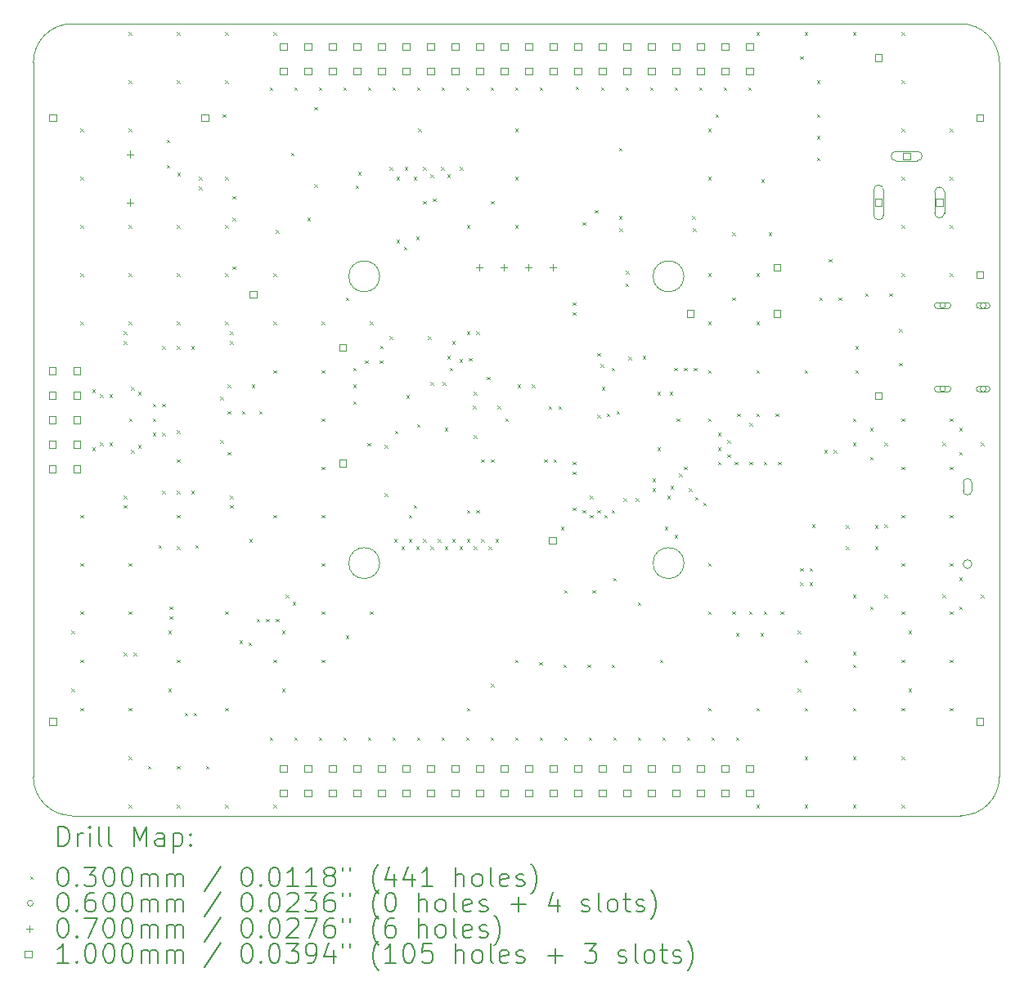
<source format=gbr>
%TF.GenerationSoftware,KiCad,Pcbnew,8.0.6*%
%TF.CreationDate,2025-01-05T13:40:31-03:00*%
%TF.ProjectId,EMBARCADOS - CURSO PCB,454d4241-5243-4414-944f-53202d204355,01*%
%TF.SameCoordinates,Original*%
%TF.FileFunction,Drillmap*%
%TF.FilePolarity,Positive*%
%FSLAX45Y45*%
G04 Gerber Fmt 4.5, Leading zero omitted, Abs format (unit mm)*
G04 Created by KiCad (PCBNEW 8.0.6) date 2025-01-05 13:40:31*
%MOMM*%
%LPD*%
G01*
G04 APERTURE LIST*
%ADD10C,0.050000*%
%ADD11C,0.200000*%
%ADD12C,0.100000*%
G04 APERTURE END LIST*
D10*
X10002000Y-10874063D02*
X10002000Y-3474062D01*
X19602000Y-3074062D02*
G75*
G02*
X20001998Y-3474062I0J-399998D01*
G01*
X10402000Y-3074062D02*
X19602000Y-3074062D01*
X19602000Y-11274062D02*
X10402000Y-11274062D01*
X10402000Y-11274062D02*
G75*
G02*
X10001998Y-10874063I0J400002D01*
G01*
X10002000Y-3474062D02*
G75*
G02*
X10402000Y-3074060I400000J3D01*
G01*
X20002000Y-10874063D02*
G75*
G02*
X19602000Y-11274060I-400000J3D01*
G01*
X20002000Y-3474062D02*
X20002000Y-10874063D01*
X19627000Y-7909062D02*
X19627000Y-7829062D01*
X19717000Y-7829062D02*
X19717000Y-7909062D01*
X19627000Y-7829062D02*
G75*
G02*
X19717000Y-7829062I45000J0D01*
G01*
X19717000Y-7909062D02*
G75*
G02*
X19627000Y-7909062I-45000J0D01*
G01*
X19717000Y-8669063D02*
G75*
G02*
X19627000Y-8669063I-45000J0D01*
G01*
X19627000Y-8669063D02*
G75*
G02*
X19717000Y-8669063I45000J0D01*
G01*
X13587000Y-5689062D02*
G75*
G02*
X13267000Y-5689062I-160000J0D01*
G01*
X13267000Y-5689062D02*
G75*
G02*
X13587000Y-5689062I160000J0D01*
G01*
X13587000Y-8659063D02*
G75*
G02*
X13267000Y-8659063I-160000J0D01*
G01*
X13267000Y-8659063D02*
G75*
G02*
X13587000Y-8659063I160000J0D01*
G01*
X16737000Y-5689062D02*
G75*
G02*
X16417000Y-5689062I-160000J0D01*
G01*
X16417000Y-5689062D02*
G75*
G02*
X16737000Y-5689062I160000J0D01*
G01*
X16737000Y-8659063D02*
G75*
G02*
X16417000Y-8659063I-160000J0D01*
G01*
X16417000Y-8659063D02*
G75*
G02*
X16737000Y-8659063I160000J0D01*
G01*
D11*
D12*
X10397000Y-9359063D02*
X10427000Y-9389063D01*
X10427000Y-9359063D02*
X10397000Y-9389063D01*
X10397000Y-9959063D02*
X10427000Y-9989063D01*
X10427000Y-9959063D02*
X10397000Y-9989063D01*
X10487000Y-4159062D02*
X10517000Y-4189062D01*
X10517000Y-4159062D02*
X10487000Y-4189062D01*
X10487000Y-4659063D02*
X10517000Y-4689063D01*
X10517000Y-4659063D02*
X10487000Y-4689063D01*
X10487000Y-5159063D02*
X10517000Y-5189063D01*
X10517000Y-5159063D02*
X10487000Y-5189063D01*
X10487000Y-5659062D02*
X10517000Y-5689062D01*
X10517000Y-5659062D02*
X10487000Y-5689062D01*
X10487000Y-6159062D02*
X10517000Y-6189062D01*
X10517000Y-6159062D02*
X10487000Y-6189062D01*
X10487000Y-8159062D02*
X10517000Y-8189062D01*
X10517000Y-8159062D02*
X10487000Y-8189062D01*
X10487000Y-8659063D02*
X10517000Y-8689063D01*
X10517000Y-8659063D02*
X10487000Y-8689063D01*
X10487000Y-9159063D02*
X10517000Y-9189063D01*
X10517000Y-9159063D02*
X10487000Y-9189063D01*
X10487000Y-9659063D02*
X10517000Y-9689063D01*
X10517000Y-9659063D02*
X10487000Y-9689063D01*
X10487000Y-10159063D02*
X10517000Y-10189063D01*
X10517000Y-10159063D02*
X10487000Y-10189063D01*
X10612000Y-6859062D02*
X10642000Y-6889062D01*
X10642000Y-6859062D02*
X10612000Y-6889062D01*
X10612000Y-7459062D02*
X10642000Y-7489062D01*
X10642000Y-7459062D02*
X10612000Y-7489062D01*
X10692000Y-6909062D02*
X10722000Y-6939062D01*
X10722000Y-6909062D02*
X10692000Y-6939062D01*
X10692000Y-7409062D02*
X10722000Y-7439062D01*
X10722000Y-7409062D02*
X10692000Y-7439062D01*
X10787000Y-6909062D02*
X10817000Y-6939062D01*
X10817000Y-6909062D02*
X10787000Y-6939062D01*
X10787000Y-7409062D02*
X10817000Y-7439062D01*
X10817000Y-7409062D02*
X10787000Y-7439062D01*
X10937000Y-6259062D02*
X10967000Y-6289062D01*
X10967000Y-6259062D02*
X10937000Y-6289062D01*
X10937000Y-6359062D02*
X10967000Y-6389062D01*
X10967000Y-6359062D02*
X10937000Y-6389062D01*
X10937000Y-7959062D02*
X10967000Y-7989062D01*
X10967000Y-7959062D02*
X10937000Y-7989062D01*
X10937000Y-8059062D02*
X10967000Y-8089062D01*
X10967000Y-8059062D02*
X10937000Y-8089062D01*
X10937000Y-9584063D02*
X10967000Y-9614063D01*
X10967000Y-9584063D02*
X10937000Y-9614063D01*
X10987000Y-3159062D02*
X11017000Y-3189062D01*
X11017000Y-3159062D02*
X10987000Y-3189062D01*
X10987000Y-3659062D02*
X11017000Y-3689062D01*
X11017000Y-3659062D02*
X10987000Y-3689062D01*
X10987000Y-4159062D02*
X11017000Y-4189062D01*
X11017000Y-4159062D02*
X10987000Y-4189062D01*
X10987000Y-5159063D02*
X11017000Y-5189063D01*
X11017000Y-5159063D02*
X10987000Y-5189063D01*
X10987000Y-5659062D02*
X11017000Y-5689062D01*
X11017000Y-5659062D02*
X10987000Y-5689062D01*
X10987000Y-6159062D02*
X11017000Y-6189062D01*
X11017000Y-6159062D02*
X10987000Y-6189062D01*
X10987000Y-8659063D02*
X11017000Y-8689063D01*
X11017000Y-8659063D02*
X10987000Y-8689063D01*
X10987000Y-9159063D02*
X11017000Y-9189063D01*
X11017000Y-9159063D02*
X10987000Y-9189063D01*
X10987000Y-10159063D02*
X11017000Y-10189063D01*
X11017000Y-10159063D02*
X10987000Y-10189063D01*
X10987000Y-10659063D02*
X11017000Y-10689063D01*
X11017000Y-10659063D02*
X10987000Y-10689063D01*
X10987000Y-11159063D02*
X11017000Y-11189062D01*
X11017000Y-11159063D02*
X10987000Y-11189062D01*
X10992000Y-7159062D02*
X11022000Y-7189062D01*
X11022000Y-7159062D02*
X10992000Y-7189062D01*
X11012000Y-6834062D02*
X11042000Y-6864062D01*
X11042000Y-6834062D02*
X11012000Y-6864062D01*
X11012000Y-7484062D02*
X11042000Y-7514062D01*
X11042000Y-7484062D02*
X11012000Y-7514062D01*
X11037000Y-9584063D02*
X11067000Y-9614063D01*
X11067000Y-9584063D02*
X11037000Y-9614063D01*
X11087000Y-6884062D02*
X11117000Y-6914062D01*
X11117000Y-6884062D02*
X11087000Y-6914062D01*
X11087000Y-7434062D02*
X11117000Y-7464062D01*
X11117000Y-7434062D02*
X11087000Y-7464062D01*
X11187000Y-10759063D02*
X11217000Y-10789063D01*
X11217000Y-10759063D02*
X11187000Y-10789063D01*
X11237000Y-7009062D02*
X11267000Y-7039062D01*
X11267000Y-7009062D02*
X11237000Y-7039062D01*
X11237000Y-7159062D02*
X11267000Y-7189062D01*
X11267000Y-7159062D02*
X11237000Y-7189062D01*
X11237000Y-7309062D02*
X11267000Y-7339062D01*
X11267000Y-7309062D02*
X11237000Y-7339062D01*
X11297000Y-8474063D02*
X11327000Y-8504063D01*
X11327000Y-8474063D02*
X11297000Y-8504063D01*
X11337000Y-6409062D02*
X11367000Y-6439062D01*
X11367000Y-6409062D02*
X11337000Y-6439062D01*
X11337000Y-7009062D02*
X11367000Y-7039062D01*
X11367000Y-7009062D02*
X11337000Y-7039062D01*
X11337000Y-7309062D02*
X11367000Y-7339062D01*
X11367000Y-7309062D02*
X11337000Y-7339062D01*
X11337000Y-7909062D02*
X11367000Y-7939062D01*
X11367000Y-7909062D02*
X11337000Y-7939062D01*
X11380750Y-4534063D02*
X11410750Y-4564063D01*
X11410750Y-4534063D02*
X11380750Y-4564063D01*
X11382000Y-4272813D02*
X11412000Y-4302813D01*
X11412000Y-4272813D02*
X11382000Y-4302813D01*
X11397000Y-9359063D02*
X11427000Y-9389063D01*
X11427000Y-9359063D02*
X11397000Y-9389063D01*
X11397000Y-9959063D02*
X11427000Y-9989063D01*
X11427000Y-9959063D02*
X11397000Y-9989063D01*
X11412000Y-9109063D02*
X11442000Y-9139063D01*
X11442000Y-9109063D02*
X11412000Y-9139063D01*
X11412000Y-9209063D02*
X11442000Y-9239063D01*
X11442000Y-9209063D02*
X11412000Y-9239063D01*
X11487000Y-3159062D02*
X11517000Y-3189062D01*
X11517000Y-3159062D02*
X11487000Y-3189062D01*
X11487000Y-3659062D02*
X11517000Y-3689062D01*
X11517000Y-3659062D02*
X11487000Y-3689062D01*
X11487000Y-5159063D02*
X11517000Y-5189063D01*
X11517000Y-5159063D02*
X11487000Y-5189063D01*
X11487000Y-5659062D02*
X11517000Y-5689062D01*
X11517000Y-5659062D02*
X11487000Y-5689062D01*
X11487000Y-6159062D02*
X11517000Y-6189062D01*
X11517000Y-6159062D02*
X11487000Y-6189062D01*
X11487000Y-6409062D02*
X11517000Y-6439062D01*
X11517000Y-6409062D02*
X11487000Y-6439062D01*
X11487000Y-7284062D02*
X11517000Y-7314062D01*
X11517000Y-7284062D02*
X11487000Y-7314062D01*
X11487000Y-7584062D02*
X11517000Y-7614062D01*
X11517000Y-7584062D02*
X11487000Y-7614062D01*
X11487000Y-7909062D02*
X11517000Y-7939062D01*
X11517000Y-7909062D02*
X11487000Y-7939062D01*
X11487000Y-8159062D02*
X11517000Y-8189062D01*
X11517000Y-8159062D02*
X11487000Y-8189062D01*
X11487000Y-8484063D02*
X11517000Y-8514063D01*
X11517000Y-8484063D02*
X11487000Y-8514063D01*
X11487000Y-9659063D02*
X11517000Y-9689063D01*
X11517000Y-9659063D02*
X11487000Y-9689063D01*
X11487000Y-10759063D02*
X11517000Y-10789063D01*
X11517000Y-10759063D02*
X11487000Y-10789063D01*
X11487000Y-11159063D02*
X11517000Y-11189062D01*
X11517000Y-11159063D02*
X11487000Y-11189062D01*
X11493250Y-4614063D02*
X11523250Y-4644063D01*
X11523250Y-4614063D02*
X11493250Y-4644063D01*
X11569500Y-10209063D02*
X11599500Y-10239063D01*
X11599500Y-10209063D02*
X11569500Y-10239063D01*
X11637000Y-6409062D02*
X11667000Y-6439062D01*
X11667000Y-6409062D02*
X11637000Y-6439062D01*
X11637000Y-7909062D02*
X11667000Y-7939062D01*
X11667000Y-7909062D02*
X11637000Y-7939062D01*
X11662000Y-10209063D02*
X11692000Y-10239063D01*
X11692000Y-10209063D02*
X11662000Y-10239063D01*
X11677000Y-8474063D02*
X11707000Y-8504063D01*
X11707000Y-8474063D02*
X11677000Y-8504063D01*
X11718250Y-4659063D02*
X11748250Y-4689063D01*
X11748250Y-4659063D02*
X11718250Y-4689063D01*
X11718250Y-4759063D02*
X11748250Y-4789063D01*
X11748250Y-4759063D02*
X11718250Y-4789063D01*
X11787000Y-10759063D02*
X11817000Y-10789063D01*
X11817000Y-10759063D02*
X11787000Y-10789063D01*
X11937000Y-6934062D02*
X11967000Y-6964062D01*
X11967000Y-6934062D02*
X11937000Y-6964062D01*
X11937000Y-7384062D02*
X11967000Y-7414062D01*
X11967000Y-7384062D02*
X11937000Y-7414062D01*
X11962000Y-4009062D02*
X11992000Y-4039062D01*
X11992000Y-4009062D02*
X11962000Y-4039062D01*
X11987000Y-3159062D02*
X12017000Y-3189062D01*
X12017000Y-3159062D02*
X11987000Y-3189062D01*
X11987000Y-3659062D02*
X12017000Y-3689062D01*
X12017000Y-3659062D02*
X11987000Y-3689062D01*
X11987000Y-4659063D02*
X12017000Y-4689063D01*
X12017000Y-4659063D02*
X11987000Y-4689063D01*
X11987000Y-5159063D02*
X12017000Y-5189063D01*
X12017000Y-5159063D02*
X11987000Y-5189063D01*
X11987000Y-5659062D02*
X12017000Y-5689062D01*
X12017000Y-5659062D02*
X11987000Y-5689062D01*
X11987000Y-6159062D02*
X12017000Y-6189062D01*
X12017000Y-6159062D02*
X11987000Y-6189062D01*
X11987000Y-9159063D02*
X12017000Y-9189063D01*
X12017000Y-9159063D02*
X11987000Y-9189063D01*
X11987000Y-10159063D02*
X12017000Y-10189063D01*
X12017000Y-10159063D02*
X11987000Y-10189063D01*
X11987000Y-11159063D02*
X12017000Y-11189062D01*
X12017000Y-11159063D02*
X11987000Y-11189062D01*
X12012000Y-6809062D02*
X12042000Y-6839062D01*
X12042000Y-6809062D02*
X12012000Y-6839062D01*
X12012000Y-7084062D02*
X12042000Y-7114062D01*
X12042000Y-7084062D02*
X12012000Y-7114062D01*
X12012000Y-7509062D02*
X12042000Y-7539062D01*
X12042000Y-7509062D02*
X12012000Y-7539062D01*
X12037000Y-6259062D02*
X12067000Y-6289062D01*
X12067000Y-6259062D02*
X12037000Y-6289062D01*
X12037000Y-6359062D02*
X12067000Y-6389062D01*
X12067000Y-6359062D02*
X12037000Y-6389062D01*
X12037000Y-7959062D02*
X12067000Y-7989062D01*
X12067000Y-7959062D02*
X12037000Y-7989062D01*
X12037000Y-8059062D02*
X12067000Y-8089062D01*
X12067000Y-8059062D02*
X12037000Y-8089062D01*
X12062000Y-4859063D02*
X12092000Y-4889063D01*
X12092000Y-4859063D02*
X12062000Y-4889063D01*
X12062000Y-5084063D02*
X12092000Y-5114063D01*
X12092000Y-5084063D02*
X12062000Y-5114063D01*
X12062000Y-5584063D02*
X12092000Y-5614062D01*
X12092000Y-5584063D02*
X12062000Y-5614062D01*
X12137000Y-9459063D02*
X12167000Y-9489063D01*
X12167000Y-9459063D02*
X12137000Y-9489063D01*
X12162000Y-7084062D02*
X12192000Y-7114062D01*
X12192000Y-7084062D02*
X12162000Y-7114062D01*
X12227000Y-9479063D02*
X12257000Y-9509063D01*
X12257000Y-9479063D02*
X12227000Y-9509063D01*
X12237000Y-8409063D02*
X12267000Y-8439063D01*
X12267000Y-8409063D02*
X12237000Y-8439063D01*
X12262000Y-6809062D02*
X12292000Y-6839062D01*
X12292000Y-6809062D02*
X12262000Y-6839062D01*
X12312000Y-9234063D02*
X12342000Y-9264063D01*
X12342000Y-9234063D02*
X12312000Y-9264063D01*
X12337000Y-7084062D02*
X12367000Y-7114062D01*
X12367000Y-7084062D02*
X12337000Y-7114062D01*
X12412000Y-9234063D02*
X12442000Y-9264063D01*
X12442000Y-9234063D02*
X12412000Y-9264063D01*
X12447000Y-3730062D02*
X12477000Y-3760062D01*
X12477000Y-3730062D02*
X12447000Y-3760062D01*
X12447000Y-10461063D02*
X12477000Y-10491063D01*
X12477000Y-10461063D02*
X12447000Y-10491063D01*
X12487000Y-3159062D02*
X12517000Y-3189062D01*
X12517000Y-3159062D02*
X12487000Y-3189062D01*
X12487000Y-5659062D02*
X12517000Y-5689062D01*
X12517000Y-5659062D02*
X12487000Y-5689062D01*
X12487000Y-6159062D02*
X12517000Y-6189062D01*
X12517000Y-6159062D02*
X12487000Y-6189062D01*
X12487000Y-6659062D02*
X12517000Y-6689062D01*
X12517000Y-6659062D02*
X12487000Y-6689062D01*
X12487000Y-8159062D02*
X12517000Y-8189062D01*
X12517000Y-8159062D02*
X12487000Y-8189062D01*
X12487000Y-9659063D02*
X12517000Y-9689063D01*
X12517000Y-9659063D02*
X12487000Y-9689063D01*
X12487000Y-11159063D02*
X12517000Y-11189062D01*
X12517000Y-11159063D02*
X12487000Y-11189062D01*
X12512000Y-5209063D02*
X12542000Y-5239063D01*
X12542000Y-5209063D02*
X12512000Y-5239063D01*
X12512000Y-9234063D02*
X12542000Y-9264063D01*
X12542000Y-9234063D02*
X12512000Y-9264063D01*
X12577000Y-9359063D02*
X12607000Y-9389063D01*
X12607000Y-9359063D02*
X12577000Y-9389063D01*
X12577000Y-9959063D02*
X12607000Y-9989063D01*
X12607000Y-9959063D02*
X12577000Y-9989063D01*
X12612000Y-8984063D02*
X12642000Y-9014063D01*
X12642000Y-8984063D02*
X12612000Y-9014063D01*
X12667000Y-4409063D02*
X12697000Y-4439063D01*
X12697000Y-4409063D02*
X12667000Y-4439063D01*
X12687000Y-9059063D02*
X12717000Y-9089063D01*
X12717000Y-9059063D02*
X12687000Y-9089063D01*
X12701000Y-3730062D02*
X12731000Y-3760062D01*
X12731000Y-3730062D02*
X12701000Y-3760062D01*
X12701000Y-10461063D02*
X12731000Y-10491063D01*
X12731000Y-10461063D02*
X12701000Y-10491063D01*
X12837000Y-5084063D02*
X12867000Y-5114063D01*
X12867000Y-5084063D02*
X12837000Y-5114063D01*
X12912000Y-3934062D02*
X12942000Y-3964062D01*
X12942000Y-3934062D02*
X12912000Y-3964062D01*
X12912000Y-4734063D02*
X12942000Y-4764063D01*
X12942000Y-4734063D02*
X12912000Y-4764063D01*
X12955000Y-3730062D02*
X12985000Y-3760062D01*
X12985000Y-3730062D02*
X12955000Y-3760062D01*
X12955000Y-10461063D02*
X12985000Y-10491063D01*
X12985000Y-10461063D02*
X12955000Y-10491063D01*
X12987000Y-6159062D02*
X13017000Y-6189062D01*
X13017000Y-6159062D02*
X12987000Y-6189062D01*
X12987000Y-6659062D02*
X13017000Y-6689062D01*
X13017000Y-6659062D02*
X12987000Y-6689062D01*
X12987000Y-7159062D02*
X13017000Y-7189062D01*
X13017000Y-7159062D02*
X12987000Y-7189062D01*
X12987000Y-7659062D02*
X13017000Y-7689062D01*
X13017000Y-7659062D02*
X12987000Y-7689062D01*
X12987000Y-8159062D02*
X13017000Y-8189062D01*
X13017000Y-8159062D02*
X12987000Y-8189062D01*
X12987000Y-8659063D02*
X13017000Y-8689063D01*
X13017000Y-8659063D02*
X12987000Y-8689063D01*
X12987000Y-9159063D02*
X13017000Y-9189063D01*
X13017000Y-9159063D02*
X12987000Y-9189063D01*
X12987000Y-9659063D02*
X13017000Y-9689063D01*
X13017000Y-9659063D02*
X12987000Y-9689063D01*
X13209000Y-3730062D02*
X13239000Y-3760062D01*
X13239000Y-3730062D02*
X13209000Y-3760062D01*
X13209000Y-10461063D02*
X13239000Y-10491063D01*
X13239000Y-10461063D02*
X13209000Y-10491063D01*
X13237000Y-5909062D02*
X13267000Y-5939062D01*
X13267000Y-5909062D02*
X13237000Y-5939062D01*
X13237000Y-9409063D02*
X13267000Y-9439063D01*
X13267000Y-9409063D02*
X13237000Y-9439063D01*
X13312000Y-6634062D02*
X13342000Y-6664062D01*
X13342000Y-6634062D02*
X13312000Y-6664062D01*
X13312000Y-6809062D02*
X13342000Y-6839062D01*
X13342000Y-6809062D02*
X13312000Y-6839062D01*
X13312000Y-6984062D02*
X13342000Y-7014062D01*
X13342000Y-6984062D02*
X13312000Y-7014062D01*
X13337000Y-4746063D02*
X13367000Y-4776063D01*
X13367000Y-4746063D02*
X13337000Y-4776063D01*
X13362000Y-4609063D02*
X13392000Y-4639063D01*
X13392000Y-4609063D02*
X13362000Y-4639063D01*
X13437000Y-6559062D02*
X13467000Y-6589062D01*
X13467000Y-6559062D02*
X13437000Y-6589062D01*
X13462000Y-7414062D02*
X13492000Y-7444062D01*
X13492000Y-7414062D02*
X13462000Y-7444062D01*
X13463000Y-3730062D02*
X13493000Y-3760062D01*
X13493000Y-3730062D02*
X13463000Y-3760062D01*
X13463000Y-10461063D02*
X13493000Y-10491063D01*
X13493000Y-10461063D02*
X13463000Y-10491063D01*
X13487000Y-6159062D02*
X13517000Y-6189062D01*
X13517000Y-6159062D02*
X13487000Y-6189062D01*
X13487000Y-9159063D02*
X13517000Y-9189063D01*
X13517000Y-9159063D02*
X13487000Y-9189063D01*
X13587000Y-6559062D02*
X13617000Y-6589062D01*
X13617000Y-6559062D02*
X13587000Y-6589062D01*
X13589500Y-6406562D02*
X13619500Y-6436562D01*
X13619500Y-6406562D02*
X13589500Y-6436562D01*
X13637000Y-7434062D02*
X13667000Y-7464062D01*
X13667000Y-7434062D02*
X13637000Y-7464062D01*
X13637000Y-7934062D02*
X13667000Y-7964062D01*
X13667000Y-7934062D02*
X13637000Y-7964062D01*
X13687000Y-4559063D02*
X13717000Y-4589063D01*
X13717000Y-4559063D02*
X13687000Y-4589063D01*
X13687000Y-6309062D02*
X13717000Y-6339062D01*
X13717000Y-6309062D02*
X13687000Y-6339062D01*
X13717000Y-3730062D02*
X13747000Y-3760062D01*
X13747000Y-3730062D02*
X13717000Y-3760062D01*
X13717000Y-10461063D02*
X13747000Y-10491063D01*
X13747000Y-10461063D02*
X13717000Y-10491063D01*
X13737000Y-8409063D02*
X13767000Y-8439063D01*
X13767000Y-8409063D02*
X13737000Y-8439063D01*
X13742400Y-7286062D02*
X13772400Y-7316062D01*
X13772400Y-7286062D02*
X13742400Y-7316062D01*
X13762000Y-4659063D02*
X13792000Y-4689063D01*
X13792000Y-4659063D02*
X13762000Y-4689063D01*
X13762000Y-5309063D02*
X13792000Y-5339063D01*
X13792000Y-5309063D02*
X13762000Y-5339063D01*
X13812000Y-8484063D02*
X13842000Y-8514063D01*
X13842000Y-8484063D02*
X13812000Y-8514063D01*
X13837000Y-5384063D02*
X13867000Y-5414063D01*
X13867000Y-5384063D02*
X13837000Y-5414063D01*
X13844000Y-4555563D02*
X13874000Y-4585563D01*
X13874000Y-4555563D02*
X13844000Y-4585563D01*
X13862000Y-6921239D02*
X13892000Y-6951239D01*
X13892000Y-6921239D02*
X13862000Y-6951239D01*
X13887000Y-8159062D02*
X13917000Y-8189062D01*
X13917000Y-8159062D02*
X13887000Y-8189062D01*
X13887000Y-8409063D02*
X13917000Y-8439063D01*
X13917000Y-8409063D02*
X13887000Y-8439063D01*
X13937000Y-4659063D02*
X13967000Y-4689063D01*
X13967000Y-4659063D02*
X13937000Y-4689063D01*
X13937000Y-8059062D02*
X13967000Y-8089062D01*
X13967000Y-8059062D02*
X13937000Y-8089062D01*
X13962000Y-5276813D02*
X13992000Y-5306813D01*
X13992000Y-5276813D02*
X13962000Y-5306813D01*
X13962000Y-8484063D02*
X13992000Y-8514063D01*
X13992000Y-8484063D02*
X13962000Y-8514063D01*
X13971000Y-3730062D02*
X14001000Y-3760062D01*
X14001000Y-3730062D02*
X13971000Y-3760062D01*
X13971000Y-10461063D02*
X14001000Y-10491063D01*
X14001000Y-10461063D02*
X13971000Y-10491063D01*
X13973250Y-7220312D02*
X14003250Y-7250312D01*
X14003250Y-7220312D02*
X13973250Y-7250312D01*
X13987000Y-4159062D02*
X14017000Y-4189062D01*
X14017000Y-4159062D02*
X13987000Y-4189062D01*
X14034500Y-4559063D02*
X14064500Y-4589063D01*
X14064500Y-4559063D02*
X14034500Y-4589063D01*
X14037000Y-4909063D02*
X14067000Y-4939063D01*
X14067000Y-4909063D02*
X14037000Y-4939063D01*
X14037000Y-8409063D02*
X14067000Y-8439063D01*
X14067000Y-8409063D02*
X14037000Y-8439063D01*
X14087000Y-6309062D02*
X14117000Y-6339062D01*
X14117000Y-6309062D02*
X14087000Y-6339062D01*
X14112000Y-4634063D02*
X14142000Y-4664063D01*
X14142000Y-4634063D02*
X14112000Y-4664063D01*
X14112000Y-6784062D02*
X14142000Y-6814062D01*
X14142000Y-6784062D02*
X14112000Y-6814062D01*
X14112000Y-8484063D02*
X14142000Y-8514063D01*
X14142000Y-8484063D02*
X14112000Y-8514063D01*
X14138140Y-4882923D02*
X14168140Y-4912923D01*
X14168140Y-4882923D02*
X14138140Y-4912923D01*
X14187000Y-8409063D02*
X14217000Y-8439063D01*
X14217000Y-8409063D02*
X14187000Y-8439063D01*
X14224177Y-4555563D02*
X14254177Y-4585563D01*
X14254177Y-4555563D02*
X14224177Y-4585563D01*
X14225000Y-3730062D02*
X14255000Y-3760062D01*
X14255000Y-3730062D02*
X14225000Y-3760062D01*
X14225000Y-10461063D02*
X14255000Y-10491063D01*
X14255000Y-10461063D02*
X14225000Y-10491063D01*
X14237000Y-6784062D02*
X14267000Y-6814062D01*
X14267000Y-6784062D02*
X14237000Y-6814062D01*
X14262000Y-7259062D02*
X14292000Y-7289062D01*
X14292000Y-7259062D02*
X14262000Y-7289062D01*
X14262000Y-8484063D02*
X14292000Y-8514063D01*
X14292000Y-8484063D02*
X14262000Y-8514063D01*
X14287000Y-4634063D02*
X14317000Y-4664063D01*
X14317000Y-4634063D02*
X14287000Y-4664063D01*
X14287000Y-6511922D02*
X14317000Y-6541922D01*
X14317000Y-6511922D02*
X14287000Y-6541922D01*
X14312000Y-6634062D02*
X14342000Y-6664062D01*
X14342000Y-6634062D02*
X14312000Y-6664062D01*
X14337000Y-6359062D02*
X14367000Y-6389062D01*
X14367000Y-6359062D02*
X14337000Y-6389062D01*
X14337000Y-8409063D02*
X14367000Y-8439063D01*
X14367000Y-8409063D02*
X14337000Y-8439063D01*
X14412000Y-6548077D02*
X14442000Y-6578077D01*
X14442000Y-6548077D02*
X14412000Y-6578077D01*
X14412000Y-8484063D02*
X14442000Y-8514063D01*
X14442000Y-8484063D02*
X14412000Y-8514063D01*
X14415500Y-4555563D02*
X14445500Y-4585563D01*
X14445500Y-4555563D02*
X14415500Y-4585563D01*
X14479000Y-3730062D02*
X14509000Y-3760062D01*
X14509000Y-3730062D02*
X14479000Y-3760062D01*
X14479000Y-10461063D02*
X14509000Y-10491063D01*
X14509000Y-10461063D02*
X14479000Y-10491063D01*
X14487000Y-5159063D02*
X14517000Y-5189063D01*
X14517000Y-5159063D02*
X14487000Y-5189063D01*
X14487000Y-6259062D02*
X14517000Y-6289062D01*
X14517000Y-6259062D02*
X14487000Y-6289062D01*
X14487000Y-8109062D02*
X14517000Y-8139062D01*
X14517000Y-8109062D02*
X14487000Y-8139062D01*
X14487000Y-8409063D02*
X14517000Y-8439063D01*
X14517000Y-8409063D02*
X14487000Y-8439063D01*
X14487000Y-10159063D02*
X14517000Y-10189063D01*
X14517000Y-10159063D02*
X14487000Y-10189063D01*
X14512000Y-6534062D02*
X14542000Y-6564062D01*
X14542000Y-6534062D02*
X14512000Y-6564062D01*
X14552000Y-7030217D02*
X14582000Y-7060217D01*
X14582000Y-7030217D02*
X14552000Y-7060217D01*
X14560960Y-6884062D02*
X14590960Y-6914062D01*
X14590960Y-6884062D02*
X14560960Y-6914062D01*
X14562000Y-7334062D02*
X14592000Y-7364062D01*
X14592000Y-7334062D02*
X14562000Y-7364062D01*
X14562000Y-8484063D02*
X14592000Y-8514063D01*
X14592000Y-8484063D02*
X14562000Y-8514063D01*
X14587000Y-6259062D02*
X14617000Y-6289062D01*
X14617000Y-6259062D02*
X14587000Y-6289062D01*
X14587000Y-8109062D02*
X14617000Y-8139062D01*
X14617000Y-8109062D02*
X14587000Y-8139062D01*
X14637000Y-7584062D02*
X14667000Y-7614062D01*
X14667000Y-7584062D02*
X14637000Y-7614062D01*
X14637000Y-8409063D02*
X14667000Y-8439063D01*
X14667000Y-8409063D02*
X14637000Y-8439063D01*
X14694129Y-6726934D02*
X14724129Y-6756934D01*
X14724129Y-6726934D02*
X14694129Y-6756934D01*
X14712000Y-8484063D02*
X14742000Y-8514063D01*
X14742000Y-8484063D02*
X14712000Y-8514063D01*
X14733000Y-3730062D02*
X14763000Y-3760062D01*
X14763000Y-3730062D02*
X14733000Y-3760062D01*
X14733000Y-10461063D02*
X14763000Y-10491063D01*
X14763000Y-10461063D02*
X14733000Y-10491063D01*
X14737000Y-4909063D02*
X14767000Y-4939063D01*
X14767000Y-4909063D02*
X14737000Y-4939063D01*
X14737000Y-7584062D02*
X14767000Y-7614062D01*
X14767000Y-7584062D02*
X14737000Y-7614062D01*
X14737000Y-9909063D02*
X14767000Y-9939063D01*
X14767000Y-9909063D02*
X14737000Y-9939063D01*
X14787000Y-8409063D02*
X14817000Y-8439063D01*
X14817000Y-8409063D02*
X14787000Y-8439063D01*
X14807355Y-7030217D02*
X14837355Y-7060217D01*
X14837355Y-7030217D02*
X14807355Y-7060217D01*
X14887000Y-7159062D02*
X14917000Y-7189062D01*
X14917000Y-7159062D02*
X14887000Y-7189062D01*
X14987000Y-3730062D02*
X15017000Y-3760062D01*
X15017000Y-3730062D02*
X14987000Y-3760062D01*
X14987000Y-4159062D02*
X15017000Y-4189062D01*
X15017000Y-4159062D02*
X14987000Y-4189062D01*
X14987000Y-4659063D02*
X15017000Y-4689063D01*
X15017000Y-4659063D02*
X14987000Y-4689063D01*
X14987000Y-5159063D02*
X15017000Y-5189063D01*
X15017000Y-5159063D02*
X14987000Y-5189063D01*
X14987000Y-9659063D02*
X15017000Y-9689063D01*
X15017000Y-9659063D02*
X14987000Y-9689063D01*
X14987000Y-10461063D02*
X15017000Y-10491063D01*
X15017000Y-10461063D02*
X14987000Y-10491063D01*
X15012000Y-6809062D02*
X15042000Y-6839062D01*
X15042000Y-6809062D02*
X15012000Y-6839062D01*
X15162000Y-6809062D02*
X15192000Y-6839062D01*
X15192000Y-6809062D02*
X15162000Y-6839062D01*
X15237000Y-9684063D02*
X15267000Y-9714063D01*
X15267000Y-9684063D02*
X15237000Y-9714063D01*
X15241000Y-3730062D02*
X15271000Y-3760062D01*
X15271000Y-3730062D02*
X15241000Y-3760062D01*
X15241000Y-10461063D02*
X15271000Y-10491063D01*
X15271000Y-10461063D02*
X15241000Y-10491063D01*
X15287000Y-7584062D02*
X15317000Y-7614062D01*
X15317000Y-7584062D02*
X15287000Y-7614062D01*
X15337000Y-7034062D02*
X15367000Y-7064062D01*
X15367000Y-7034062D02*
X15337000Y-7064062D01*
X15387000Y-7584062D02*
X15417000Y-7614062D01*
X15417000Y-7584062D02*
X15387000Y-7614062D01*
X15437000Y-7034062D02*
X15467000Y-7064062D01*
X15467000Y-7034062D02*
X15437000Y-7064062D01*
X15462000Y-8284062D02*
X15492000Y-8314062D01*
X15492000Y-8284062D02*
X15462000Y-8314062D01*
X15487000Y-9709063D02*
X15517000Y-9739063D01*
X15517000Y-9709063D02*
X15487000Y-9739063D01*
X15495000Y-8937063D02*
X15525000Y-8967063D01*
X15525000Y-8937063D02*
X15495000Y-8967063D01*
X15495000Y-10461063D02*
X15525000Y-10491063D01*
X15525000Y-10461063D02*
X15495000Y-10491063D01*
X15587000Y-5959062D02*
X15617000Y-5989062D01*
X15617000Y-5959062D02*
X15587000Y-5989062D01*
X15587000Y-6059062D02*
X15617000Y-6089062D01*
X15617000Y-6059062D02*
X15587000Y-6089062D01*
X15587000Y-7609062D02*
X15617000Y-7639062D01*
X15617000Y-7609062D02*
X15587000Y-7639062D01*
X15587000Y-7709062D02*
X15617000Y-7739062D01*
X15617000Y-7709062D02*
X15587000Y-7739062D01*
X15587000Y-8084062D02*
X15617000Y-8114062D01*
X15617000Y-8084062D02*
X15587000Y-8114062D01*
X15613296Y-3721358D02*
X15643296Y-3751358D01*
X15643296Y-3721358D02*
X15613296Y-3751358D01*
X15685500Y-5127063D02*
X15715500Y-5157063D01*
X15715500Y-5127063D02*
X15685500Y-5157063D01*
X15687000Y-8109062D02*
X15717000Y-8139062D01*
X15717000Y-8109062D02*
X15687000Y-8139062D01*
X15737000Y-9709063D02*
X15767000Y-9739063D01*
X15767000Y-9709063D02*
X15737000Y-9739063D01*
X15749000Y-10461063D02*
X15779000Y-10491063D01*
X15779000Y-10461063D02*
X15749000Y-10491063D01*
X15762000Y-7959062D02*
X15792000Y-7989062D01*
X15792000Y-7959062D02*
X15762000Y-7989062D01*
X15762000Y-8159062D02*
X15792000Y-8189062D01*
X15792000Y-8159062D02*
X15762000Y-8189062D01*
X15787000Y-8937063D02*
X15817000Y-8967063D01*
X15817000Y-8937063D02*
X15787000Y-8967063D01*
X15812500Y-5000063D02*
X15842500Y-5030063D01*
X15842500Y-5000063D02*
X15812500Y-5030063D01*
X15837000Y-6484062D02*
X15867000Y-6514062D01*
X15867000Y-6484062D02*
X15837000Y-6514062D01*
X15837000Y-7120916D02*
X15867000Y-7150916D01*
X15867000Y-7120916D02*
X15837000Y-7150916D01*
X15837000Y-8109062D02*
X15867000Y-8139062D01*
X15867000Y-8109062D02*
X15837000Y-8139062D01*
X15873250Y-6595312D02*
X15903250Y-6625312D01*
X15903250Y-6595312D02*
X15873250Y-6625312D01*
X15876000Y-3730062D02*
X15906000Y-3760062D01*
X15906000Y-3730062D02*
X15876000Y-3760062D01*
X15887000Y-6834062D02*
X15917000Y-6864062D01*
X15917000Y-6834062D02*
X15887000Y-6864062D01*
X15912000Y-8159062D02*
X15942000Y-8189062D01*
X15942000Y-8159062D02*
X15912000Y-8189062D01*
X15937000Y-7109062D02*
X15967000Y-7139062D01*
X15967000Y-7109062D02*
X15937000Y-7139062D01*
X15987000Y-6634062D02*
X16017000Y-6664062D01*
X16017000Y-6634062D02*
X15987000Y-6664062D01*
X15987000Y-8109062D02*
X16017000Y-8139062D01*
X16017000Y-8109062D02*
X15987000Y-8139062D01*
X15987000Y-9709063D02*
X16017000Y-9739063D01*
X16017000Y-9709063D02*
X15987000Y-9739063D01*
X16003000Y-8810063D02*
X16033000Y-8840063D01*
X16033000Y-8810063D02*
X16003000Y-8840063D01*
X16003000Y-10461063D02*
X16033000Y-10491063D01*
X16033000Y-10461063D02*
X16003000Y-10491063D01*
X16037000Y-7084062D02*
X16067000Y-7114062D01*
X16067000Y-7084062D02*
X16037000Y-7114062D01*
X16062000Y-4359063D02*
X16092000Y-4389063D01*
X16092000Y-4359063D02*
X16062000Y-4389063D01*
X16062000Y-5063563D02*
X16092000Y-5093563D01*
X16092000Y-5063563D02*
X16062000Y-5093563D01*
X16066500Y-5190563D02*
X16096500Y-5220563D01*
X16096500Y-5190563D02*
X16066500Y-5220563D01*
X16112000Y-7984062D02*
X16142000Y-8014062D01*
X16142000Y-7984062D02*
X16112000Y-8014062D01*
X16130000Y-3730062D02*
X16160000Y-3760062D01*
X16160000Y-3730062D02*
X16130000Y-3760062D01*
X16130000Y-5762062D02*
X16160000Y-5792062D01*
X16160000Y-5762062D02*
X16130000Y-5792062D01*
X16137000Y-5634062D02*
X16167000Y-5664062D01*
X16167000Y-5634062D02*
X16137000Y-5664062D01*
X16162000Y-6520312D02*
X16192000Y-6550312D01*
X16192000Y-6520312D02*
X16162000Y-6550312D01*
X16237000Y-7984062D02*
X16267000Y-8014062D01*
X16267000Y-7984062D02*
X16237000Y-8014062D01*
X16257000Y-9064063D02*
X16287000Y-9094063D01*
X16287000Y-9064063D02*
X16257000Y-9094063D01*
X16257000Y-10461063D02*
X16287000Y-10491063D01*
X16287000Y-10461063D02*
X16257000Y-10491063D01*
X16308654Y-6514687D02*
X16338654Y-6544687D01*
X16338654Y-6514687D02*
X16308654Y-6544687D01*
X16384000Y-3730062D02*
X16414000Y-3760062D01*
X16414000Y-3730062D02*
X16384000Y-3760062D01*
X16412000Y-7784062D02*
X16442000Y-7814062D01*
X16442000Y-7784062D02*
X16412000Y-7814062D01*
X16412000Y-7884062D02*
X16442000Y-7914062D01*
X16442000Y-7884062D02*
X16412000Y-7914062D01*
X16462000Y-6884062D02*
X16492000Y-6914062D01*
X16492000Y-6884062D02*
X16462000Y-6914062D01*
X16462000Y-7459062D02*
X16492000Y-7489062D01*
X16492000Y-7459062D02*
X16462000Y-7489062D01*
X16487000Y-9659063D02*
X16517000Y-9689063D01*
X16517000Y-9659063D02*
X16487000Y-9689063D01*
X16511000Y-10461063D02*
X16541000Y-10491063D01*
X16541000Y-10461063D02*
X16511000Y-10491063D01*
X16537000Y-8284062D02*
X16567000Y-8314062D01*
X16567000Y-8284062D02*
X16537000Y-8314062D01*
X16562000Y-7959062D02*
X16592000Y-7989062D01*
X16592000Y-7959062D02*
X16562000Y-7989062D01*
X16587000Y-6884062D02*
X16617000Y-6914062D01*
X16617000Y-6884062D02*
X16587000Y-6914062D01*
X16598666Y-7859574D02*
X16628666Y-7889574D01*
X16628666Y-7859574D02*
X16598666Y-7889574D01*
X16637000Y-6634062D02*
X16667000Y-6664062D01*
X16667000Y-6634062D02*
X16637000Y-6664062D01*
X16638000Y-3730062D02*
X16668000Y-3760062D01*
X16668000Y-3730062D02*
X16638000Y-3760062D01*
X16638000Y-8365562D02*
X16668000Y-8395563D01*
X16668000Y-8365562D02*
X16638000Y-8395563D01*
X16662000Y-7159062D02*
X16692000Y-7189062D01*
X16692000Y-7159062D02*
X16662000Y-7189062D01*
X16687000Y-7734062D02*
X16717000Y-7764062D01*
X16717000Y-7734062D02*
X16687000Y-7764062D01*
X16737000Y-6634062D02*
X16767000Y-6664062D01*
X16767000Y-6634062D02*
X16737000Y-6664062D01*
X16737000Y-7659062D02*
X16767000Y-7689062D01*
X16767000Y-7659062D02*
X16737000Y-7689062D01*
X16765000Y-10461063D02*
X16795000Y-10491063D01*
X16795000Y-10461063D02*
X16765000Y-10491063D01*
X16785860Y-7884062D02*
X16815860Y-7914062D01*
X16815860Y-7884062D02*
X16785860Y-7914062D01*
X16823000Y-5063563D02*
X16853000Y-5093563D01*
X16853000Y-5063563D02*
X16823000Y-5093563D01*
X16828500Y-5190563D02*
X16858500Y-5220563D01*
X16858500Y-5190563D02*
X16828500Y-5220563D01*
X16837000Y-6634062D02*
X16867000Y-6664062D01*
X16867000Y-6634062D02*
X16837000Y-6664062D01*
X16849500Y-7971562D02*
X16879500Y-8001562D01*
X16879500Y-7971562D02*
X16849500Y-8001562D01*
X16892000Y-3730062D02*
X16922000Y-3760062D01*
X16922000Y-3730062D02*
X16892000Y-3760062D01*
X16937000Y-8034062D02*
X16967000Y-8064062D01*
X16967000Y-8034062D02*
X16937000Y-8064062D01*
X16987000Y-4159062D02*
X17017000Y-4189062D01*
X17017000Y-4159062D02*
X16987000Y-4189062D01*
X16987000Y-4659063D02*
X17017000Y-4689063D01*
X17017000Y-4659063D02*
X16987000Y-4689063D01*
X16987000Y-5659062D02*
X17017000Y-5689062D01*
X17017000Y-5659062D02*
X16987000Y-5689062D01*
X16987000Y-6159062D02*
X17017000Y-6189062D01*
X17017000Y-6159062D02*
X16987000Y-6189062D01*
X16987000Y-6659062D02*
X17017000Y-6689062D01*
X17017000Y-6659062D02*
X16987000Y-6689062D01*
X16987000Y-7159062D02*
X17017000Y-7189062D01*
X17017000Y-7159062D02*
X16987000Y-7189062D01*
X16987000Y-8659063D02*
X17017000Y-8689063D01*
X17017000Y-8659063D02*
X16987000Y-8689063D01*
X16987000Y-9159063D02*
X17017000Y-9189063D01*
X17017000Y-9159063D02*
X16987000Y-9189063D01*
X16987000Y-10159063D02*
X17017000Y-10189063D01*
X17017000Y-10159063D02*
X16987000Y-10189063D01*
X17019000Y-10461063D02*
X17049000Y-10491063D01*
X17049000Y-10461063D02*
X17019000Y-10491063D01*
X17062000Y-4009062D02*
X17092000Y-4039062D01*
X17092000Y-4009062D02*
X17062000Y-4039062D01*
X17087000Y-7309062D02*
X17117000Y-7339062D01*
X17117000Y-7309062D02*
X17087000Y-7339062D01*
X17087000Y-7459062D02*
X17117000Y-7489062D01*
X17117000Y-7459062D02*
X17087000Y-7489062D01*
X17087000Y-7609062D02*
X17117000Y-7639062D01*
X17117000Y-7609062D02*
X17087000Y-7639062D01*
X17146000Y-3730062D02*
X17176000Y-3760062D01*
X17176000Y-3730062D02*
X17146000Y-3760062D01*
X17187000Y-7384062D02*
X17217000Y-7414062D01*
X17217000Y-7384062D02*
X17187000Y-7414062D01*
X17187000Y-7534062D02*
X17217000Y-7564062D01*
X17217000Y-7534062D02*
X17187000Y-7564062D01*
X17237000Y-5234063D02*
X17267000Y-5264063D01*
X17267000Y-5234063D02*
X17237000Y-5264063D01*
X17237000Y-5909062D02*
X17267000Y-5939062D01*
X17267000Y-5909062D02*
X17237000Y-5939062D01*
X17237000Y-9159063D02*
X17267000Y-9189063D01*
X17267000Y-9159063D02*
X17237000Y-9189063D01*
X17262000Y-7609062D02*
X17292000Y-7639062D01*
X17292000Y-7609062D02*
X17262000Y-7639062D01*
X17273000Y-9381563D02*
X17303000Y-9411563D01*
X17303000Y-9381563D02*
X17273000Y-9411563D01*
X17273000Y-10461063D02*
X17303000Y-10491063D01*
X17303000Y-10461063D02*
X17273000Y-10491063D01*
X17287000Y-7109062D02*
X17317000Y-7139062D01*
X17317000Y-7109062D02*
X17287000Y-7139062D01*
X17400000Y-3730062D02*
X17430000Y-3760062D01*
X17430000Y-3730062D02*
X17400000Y-3760062D01*
X17409169Y-9157396D02*
X17439169Y-9187396D01*
X17439169Y-9157396D02*
X17409169Y-9187396D01*
X17412000Y-7209062D02*
X17442000Y-7239062D01*
X17442000Y-7209062D02*
X17412000Y-7239062D01*
X17412000Y-7609062D02*
X17442000Y-7639062D01*
X17442000Y-7609062D02*
X17412000Y-7639062D01*
X17487000Y-3159062D02*
X17517000Y-3189062D01*
X17517000Y-3159062D02*
X17487000Y-3189062D01*
X17487000Y-5659062D02*
X17517000Y-5689062D01*
X17517000Y-5659062D02*
X17487000Y-5689062D01*
X17487000Y-6159062D02*
X17517000Y-6189062D01*
X17517000Y-6159062D02*
X17487000Y-6189062D01*
X17487000Y-6659062D02*
X17517000Y-6689062D01*
X17517000Y-6659062D02*
X17487000Y-6689062D01*
X17487000Y-7109062D02*
X17517000Y-7139062D01*
X17517000Y-7109062D02*
X17487000Y-7139062D01*
X17487000Y-10159063D02*
X17517000Y-10189063D01*
X17517000Y-10159063D02*
X17487000Y-10189063D01*
X17487000Y-11159063D02*
X17517000Y-11189062D01*
X17517000Y-11159063D02*
X17487000Y-11189062D01*
X17527000Y-9381563D02*
X17557000Y-9411563D01*
X17557000Y-9381563D02*
X17527000Y-9411563D01*
X17537000Y-4684063D02*
X17567000Y-4714063D01*
X17567000Y-4684063D02*
X17537000Y-4714063D01*
X17562000Y-7609062D02*
X17592000Y-7639062D01*
X17592000Y-7609062D02*
X17562000Y-7639062D01*
X17562000Y-9159063D02*
X17592000Y-9189063D01*
X17592000Y-9159063D02*
X17562000Y-9189063D01*
X17612000Y-5234063D02*
X17642000Y-5264063D01*
X17642000Y-5234063D02*
X17612000Y-5264063D01*
X17687000Y-7109062D02*
X17717000Y-7139062D01*
X17717000Y-7109062D02*
X17687000Y-7139062D01*
X17712000Y-7609062D02*
X17742000Y-7639062D01*
X17742000Y-7609062D02*
X17712000Y-7639062D01*
X17737000Y-9159063D02*
X17767000Y-9189063D01*
X17767000Y-9159063D02*
X17737000Y-9189063D01*
X17912000Y-9359063D02*
X17942000Y-9389063D01*
X17942000Y-9359063D02*
X17912000Y-9389063D01*
X17912000Y-9959063D02*
X17942000Y-9989063D01*
X17942000Y-9959063D02*
X17912000Y-9989063D01*
X17937000Y-3409062D02*
X17967000Y-3439062D01*
X17967000Y-3409062D02*
X17937000Y-3439062D01*
X17937000Y-8709063D02*
X17967000Y-8739063D01*
X17967000Y-8709063D02*
X17937000Y-8739063D01*
X17937000Y-8859063D02*
X17967000Y-8889063D01*
X17967000Y-8859063D02*
X17937000Y-8889063D01*
X17987000Y-3159062D02*
X18017000Y-3189062D01*
X18017000Y-3159062D02*
X17987000Y-3189062D01*
X17987000Y-6659062D02*
X18017000Y-6689062D01*
X18017000Y-6659062D02*
X17987000Y-6689062D01*
X17987000Y-9659063D02*
X18017000Y-9689063D01*
X18017000Y-9659063D02*
X17987000Y-9689063D01*
X17987000Y-10159063D02*
X18017000Y-10189063D01*
X18017000Y-10159063D02*
X17987000Y-10189063D01*
X17987000Y-10659063D02*
X18017000Y-10689063D01*
X18017000Y-10659063D02*
X17987000Y-10689063D01*
X17987000Y-11159063D02*
X18017000Y-11189062D01*
X18017000Y-11159063D02*
X17987000Y-11189062D01*
X18037000Y-8709063D02*
X18067000Y-8739063D01*
X18067000Y-8709063D02*
X18037000Y-8739063D01*
X18037000Y-8859063D02*
X18067000Y-8889063D01*
X18067000Y-8859063D02*
X18037000Y-8889063D01*
X18062000Y-8259062D02*
X18092000Y-8289062D01*
X18092000Y-8259062D02*
X18062000Y-8289062D01*
X18112000Y-3659062D02*
X18142000Y-3689062D01*
X18142000Y-3659062D02*
X18112000Y-3689062D01*
X18112000Y-4009062D02*
X18142000Y-4039062D01*
X18142000Y-4009062D02*
X18112000Y-4039062D01*
X18112000Y-4234063D02*
X18142000Y-4264063D01*
X18142000Y-4234063D02*
X18112000Y-4264063D01*
X18112000Y-4459063D02*
X18142000Y-4489063D01*
X18142000Y-4459063D02*
X18112000Y-4489063D01*
X18137000Y-5909062D02*
X18167000Y-5939062D01*
X18167000Y-5909062D02*
X18137000Y-5939062D01*
X18187000Y-7484062D02*
X18217000Y-7514062D01*
X18217000Y-7484062D02*
X18187000Y-7514062D01*
X18237000Y-5509063D02*
X18267000Y-5539063D01*
X18267000Y-5509063D02*
X18237000Y-5539063D01*
X18287000Y-7484062D02*
X18317000Y-7514062D01*
X18317000Y-7484062D02*
X18287000Y-7514062D01*
X18337000Y-5909062D02*
X18367000Y-5939062D01*
X18367000Y-5909062D02*
X18337000Y-5939062D01*
X18412000Y-8264062D02*
X18442000Y-8294062D01*
X18442000Y-8264062D02*
X18412000Y-8294062D01*
X18412000Y-8484063D02*
X18442000Y-8514063D01*
X18442000Y-8484063D02*
X18412000Y-8514063D01*
X18487000Y-3159062D02*
X18517000Y-3189062D01*
X18517000Y-3159062D02*
X18487000Y-3189062D01*
X18487000Y-7159062D02*
X18517000Y-7189062D01*
X18517000Y-7159062D02*
X18487000Y-7189062D01*
X18487000Y-7409062D02*
X18517000Y-7439062D01*
X18517000Y-7409062D02*
X18487000Y-7439062D01*
X18487000Y-8984063D02*
X18517000Y-9014063D01*
X18517000Y-8984063D02*
X18487000Y-9014063D01*
X18487000Y-9576563D02*
X18517000Y-9606563D01*
X18517000Y-9576563D02*
X18487000Y-9606563D01*
X18487000Y-9709063D02*
X18517000Y-9739063D01*
X18517000Y-9709063D02*
X18487000Y-9739063D01*
X18487000Y-10159063D02*
X18517000Y-10189063D01*
X18517000Y-10159063D02*
X18487000Y-10189063D01*
X18487000Y-10659063D02*
X18517000Y-10689063D01*
X18517000Y-10659063D02*
X18487000Y-10689063D01*
X18487000Y-11159063D02*
X18517000Y-11189062D01*
X18517000Y-11159063D02*
X18487000Y-11189062D01*
X18512000Y-6409062D02*
X18542000Y-6439062D01*
X18542000Y-6409062D02*
X18512000Y-6439062D01*
X18512000Y-6659062D02*
X18542000Y-6689062D01*
X18542000Y-6659062D02*
X18512000Y-6689062D01*
X18612000Y-5864062D02*
X18642000Y-5894062D01*
X18642000Y-5864062D02*
X18612000Y-5894062D01*
X18662000Y-7259062D02*
X18692000Y-7289062D01*
X18692000Y-7259062D02*
X18662000Y-7289062D01*
X18662000Y-7559062D02*
X18692000Y-7589062D01*
X18692000Y-7559062D02*
X18662000Y-7589062D01*
X18662000Y-9109063D02*
X18692000Y-9139063D01*
X18692000Y-9109063D02*
X18662000Y-9139063D01*
X18712000Y-8264062D02*
X18742000Y-8294062D01*
X18742000Y-8264062D02*
X18712000Y-8294062D01*
X18712000Y-8484063D02*
X18742000Y-8514063D01*
X18742000Y-8484063D02*
X18712000Y-8514063D01*
X18812000Y-7409062D02*
X18842000Y-7439062D01*
X18842000Y-7409062D02*
X18812000Y-7439062D01*
X18812000Y-8259062D02*
X18842000Y-8289062D01*
X18842000Y-8259062D02*
X18812000Y-8289062D01*
X18812000Y-8984063D02*
X18842000Y-9014063D01*
X18842000Y-8984063D02*
X18812000Y-9014063D01*
X18862000Y-5864062D02*
X18892000Y-5894062D01*
X18892000Y-5864062D02*
X18862000Y-5894062D01*
X18962000Y-6234062D02*
X18992000Y-6264062D01*
X18992000Y-6234062D02*
X18962000Y-6264062D01*
X18962000Y-6584062D02*
X18992000Y-6614062D01*
X18992000Y-6584062D02*
X18962000Y-6614062D01*
X18987000Y-3159062D02*
X19017000Y-3189062D01*
X19017000Y-3159062D02*
X18987000Y-3189062D01*
X18987000Y-3659062D02*
X19017000Y-3689062D01*
X19017000Y-3659062D02*
X18987000Y-3689062D01*
X18987000Y-4159062D02*
X19017000Y-4189062D01*
X19017000Y-4159062D02*
X18987000Y-4189062D01*
X18987000Y-4659063D02*
X19017000Y-4689063D01*
X19017000Y-4659063D02*
X18987000Y-4689063D01*
X18987000Y-5159063D02*
X19017000Y-5189063D01*
X19017000Y-5159063D02*
X18987000Y-5189063D01*
X18987000Y-5659062D02*
X19017000Y-5689062D01*
X19017000Y-5659062D02*
X18987000Y-5689062D01*
X18987000Y-7159062D02*
X19017000Y-7189062D01*
X19017000Y-7159062D02*
X18987000Y-7189062D01*
X18987000Y-7659062D02*
X19017000Y-7689062D01*
X19017000Y-7659062D02*
X18987000Y-7689062D01*
X18987000Y-8159062D02*
X19017000Y-8189062D01*
X19017000Y-8159062D02*
X18987000Y-8189062D01*
X18987000Y-8659063D02*
X19017000Y-8689063D01*
X19017000Y-8659063D02*
X18987000Y-8689063D01*
X18987000Y-9159063D02*
X19017000Y-9189063D01*
X19017000Y-9159063D02*
X18987000Y-9189063D01*
X18987000Y-9659063D02*
X19017000Y-9689063D01*
X19017000Y-9659063D02*
X18987000Y-9689063D01*
X18987000Y-10159063D02*
X19017000Y-10189063D01*
X19017000Y-10159063D02*
X18987000Y-10189063D01*
X18987000Y-10659063D02*
X19017000Y-10689063D01*
X19017000Y-10659063D02*
X18987000Y-10689063D01*
X18987000Y-11159063D02*
X19017000Y-11189062D01*
X19017000Y-11159063D02*
X18987000Y-11189062D01*
X19062000Y-9359063D02*
X19092000Y-9389063D01*
X19092000Y-9359063D02*
X19062000Y-9389063D01*
X19062000Y-9959063D02*
X19092000Y-9989063D01*
X19092000Y-9959063D02*
X19062000Y-9989063D01*
X19412000Y-7409062D02*
X19442000Y-7439062D01*
X19442000Y-7409062D02*
X19412000Y-7439062D01*
X19412000Y-8984063D02*
X19442000Y-9014063D01*
X19442000Y-8984063D02*
X19412000Y-9014063D01*
X19487000Y-4159062D02*
X19517000Y-4189062D01*
X19517000Y-4159062D02*
X19487000Y-4189062D01*
X19487000Y-4659063D02*
X19517000Y-4689063D01*
X19517000Y-4659063D02*
X19487000Y-4689063D01*
X19487000Y-5159063D02*
X19517000Y-5189063D01*
X19517000Y-5159063D02*
X19487000Y-5189063D01*
X19487000Y-5659062D02*
X19517000Y-5689062D01*
X19517000Y-5659062D02*
X19487000Y-5689062D01*
X19487000Y-7159062D02*
X19517000Y-7189062D01*
X19517000Y-7159062D02*
X19487000Y-7189062D01*
X19487000Y-7659062D02*
X19517000Y-7689062D01*
X19517000Y-7659062D02*
X19487000Y-7689062D01*
X19487000Y-8159062D02*
X19517000Y-8189062D01*
X19517000Y-8159062D02*
X19487000Y-8189062D01*
X19487000Y-8659063D02*
X19517000Y-8689063D01*
X19517000Y-8659063D02*
X19487000Y-8689063D01*
X19487000Y-9159063D02*
X19517000Y-9189063D01*
X19517000Y-9159063D02*
X19487000Y-9189063D01*
X19487000Y-9659063D02*
X19517000Y-9689063D01*
X19517000Y-9659063D02*
X19487000Y-9689063D01*
X19487000Y-10159063D02*
X19517000Y-10189063D01*
X19517000Y-10159063D02*
X19487000Y-10189063D01*
X19587000Y-7259062D02*
X19617000Y-7289062D01*
X19617000Y-7259062D02*
X19587000Y-7289062D01*
X19587000Y-7509062D02*
X19617000Y-7539062D01*
X19617000Y-7509062D02*
X19587000Y-7539062D01*
X19587000Y-8809063D02*
X19617000Y-8839063D01*
X19617000Y-8809063D02*
X19587000Y-8839063D01*
X19587000Y-9109063D02*
X19617000Y-9139063D01*
X19617000Y-9109063D02*
X19587000Y-9139063D01*
X19812000Y-7409062D02*
X19842000Y-7439062D01*
X19842000Y-7409062D02*
X19812000Y-7439062D01*
X19812000Y-8984063D02*
X19842000Y-9014063D01*
X19842000Y-8984063D02*
X19812000Y-9014063D01*
X19444500Y-5992062D02*
G75*
G02*
X19384500Y-5992062I-30000J0D01*
G01*
X19384500Y-5992062D02*
G75*
G02*
X19444500Y-5992062I30000J0D01*
G01*
X19359500Y-6022062D02*
X19469500Y-6022062D01*
X19469500Y-5962062D02*
G75*
G02*
X19469500Y-6022062I0J-30000D01*
G01*
X19469500Y-5962062D02*
X19359500Y-5962062D01*
X19359500Y-5962062D02*
G75*
G03*
X19359500Y-6022062I0J-30000D01*
G01*
X19444500Y-6856062D02*
G75*
G02*
X19384500Y-6856062I-30000J0D01*
G01*
X19384500Y-6856062D02*
G75*
G02*
X19444500Y-6856062I30000J0D01*
G01*
X19359500Y-6886062D02*
X19469500Y-6886062D01*
X19469500Y-6826062D02*
G75*
G02*
X19469500Y-6886062I0J-30000D01*
G01*
X19469500Y-6826062D02*
X19359500Y-6826062D01*
X19359500Y-6826062D02*
G75*
G03*
X19359500Y-6886062I0J-30000D01*
G01*
X19864500Y-5992062D02*
G75*
G02*
X19804500Y-5992062I-30000J0D01*
G01*
X19804500Y-5992062D02*
G75*
G02*
X19864500Y-5992062I30000J0D01*
G01*
X19794500Y-6022062D02*
X19874500Y-6022062D01*
X19874500Y-5962062D02*
G75*
G02*
X19874500Y-6022062I0J-30000D01*
G01*
X19874500Y-5962062D02*
X19794500Y-5962062D01*
X19794500Y-5962062D02*
G75*
G03*
X19794500Y-6022062I0J-30000D01*
G01*
X19864500Y-6856062D02*
G75*
G02*
X19804500Y-6856062I-30000J0D01*
G01*
X19804500Y-6856062D02*
G75*
G02*
X19864500Y-6856062I30000J0D01*
G01*
X19794500Y-6886062D02*
X19874500Y-6886062D01*
X19874500Y-6826062D02*
G75*
G02*
X19874500Y-6886062I0J-30000D01*
G01*
X19874500Y-6826062D02*
X19794500Y-6826062D01*
X19794500Y-6826062D02*
G75*
G03*
X19794500Y-6886062I0J-30000D01*
G01*
X11002000Y-4389063D02*
X11002000Y-4459063D01*
X10967000Y-4424063D02*
X11037000Y-4424063D01*
X11002000Y-4889063D02*
X11002000Y-4959063D01*
X10967000Y-4924063D02*
X11037000Y-4924063D01*
X14621000Y-5559063D02*
X14621000Y-5629062D01*
X14586000Y-5594062D02*
X14656000Y-5594062D01*
X14875000Y-5559063D02*
X14875000Y-5629062D01*
X14840000Y-5594062D02*
X14910000Y-5594062D01*
X15129000Y-5559063D02*
X15129000Y-5629062D01*
X15094000Y-5594062D02*
X15164000Y-5594062D01*
X15383000Y-5559063D02*
X15383000Y-5629062D01*
X15348000Y-5594062D02*
X15418000Y-5594062D01*
X10233356Y-6701418D02*
X10233356Y-6630707D01*
X10162644Y-6630707D01*
X10162644Y-6701418D01*
X10233356Y-6701418D01*
X10233356Y-6955418D02*
X10233356Y-6884707D01*
X10162644Y-6884707D01*
X10162644Y-6955418D01*
X10233356Y-6955418D01*
X10233356Y-7209418D02*
X10233356Y-7138707D01*
X10162644Y-7138707D01*
X10162644Y-7209418D01*
X10233356Y-7209418D01*
X10233356Y-7463418D02*
X10233356Y-7392707D01*
X10162644Y-7392707D01*
X10162644Y-7463418D01*
X10233356Y-7463418D01*
X10233356Y-7717418D02*
X10233356Y-7646707D01*
X10162644Y-7646707D01*
X10162644Y-7717418D01*
X10233356Y-7717418D01*
X10237356Y-4084418D02*
X10237356Y-4013707D01*
X10166644Y-4013707D01*
X10166644Y-4084418D01*
X10237356Y-4084418D01*
X10237356Y-10334418D02*
X10237356Y-10263707D01*
X10166644Y-10263707D01*
X10166644Y-10334418D01*
X10237356Y-10334418D01*
X10487356Y-6701418D02*
X10487356Y-6630707D01*
X10416644Y-6630707D01*
X10416644Y-6701418D01*
X10487356Y-6701418D01*
X10487356Y-6955418D02*
X10487356Y-6884707D01*
X10416644Y-6884707D01*
X10416644Y-6955418D01*
X10487356Y-6955418D01*
X10487356Y-7209418D02*
X10487356Y-7138707D01*
X10416644Y-7138707D01*
X10416644Y-7209418D01*
X10487356Y-7209418D01*
X10487356Y-7463418D02*
X10487356Y-7392707D01*
X10416644Y-7392707D01*
X10416644Y-7463418D01*
X10487356Y-7463418D01*
X10487356Y-7717418D02*
X10487356Y-7646707D01*
X10416644Y-7646707D01*
X10416644Y-7717418D01*
X10487356Y-7717418D01*
X11812356Y-4084418D02*
X11812356Y-4013707D01*
X11741644Y-4013707D01*
X11741644Y-4084418D01*
X11812356Y-4084418D01*
X12312356Y-5909418D02*
X12312356Y-5838707D01*
X12241644Y-5838707D01*
X12241644Y-5909418D01*
X12312356Y-5909418D01*
X12624356Y-3343856D02*
X12624356Y-3273144D01*
X12553644Y-3273144D01*
X12553644Y-3343856D01*
X12624356Y-3343856D01*
X12624356Y-3597856D02*
X12624356Y-3527144D01*
X12553644Y-3527144D01*
X12553644Y-3597856D01*
X12624356Y-3597856D01*
X12624356Y-10820981D02*
X12624356Y-10750269D01*
X12553644Y-10750269D01*
X12553644Y-10820981D01*
X12624356Y-10820981D01*
X12624356Y-11074981D02*
X12624356Y-11004269D01*
X12553644Y-11004269D01*
X12553644Y-11074981D01*
X12624356Y-11074981D01*
X12878356Y-3343856D02*
X12878356Y-3273144D01*
X12807644Y-3273144D01*
X12807644Y-3343856D01*
X12878356Y-3343856D01*
X12878356Y-3597856D02*
X12878356Y-3527144D01*
X12807644Y-3527144D01*
X12807644Y-3597856D01*
X12878356Y-3597856D01*
X12878356Y-10820981D02*
X12878356Y-10750269D01*
X12807644Y-10750269D01*
X12807644Y-10820981D01*
X12878356Y-10820981D01*
X12878356Y-11074981D02*
X12878356Y-11004269D01*
X12807644Y-11004269D01*
X12807644Y-11074981D01*
X12878356Y-11074981D01*
X13132356Y-3343856D02*
X13132356Y-3273144D01*
X13061644Y-3273144D01*
X13061644Y-3343856D01*
X13132356Y-3343856D01*
X13132356Y-3597856D02*
X13132356Y-3527144D01*
X13061644Y-3527144D01*
X13061644Y-3597856D01*
X13132356Y-3597856D01*
X13132356Y-10820981D02*
X13132356Y-10750269D01*
X13061644Y-10750269D01*
X13061644Y-10820981D01*
X13132356Y-10820981D01*
X13132356Y-11074981D02*
X13132356Y-11004269D01*
X13061644Y-11004269D01*
X13061644Y-11074981D01*
X13132356Y-11074981D01*
X13237356Y-6459418D02*
X13237356Y-6388707D01*
X13166644Y-6388707D01*
X13166644Y-6459418D01*
X13237356Y-6459418D01*
X13237356Y-7659418D02*
X13237356Y-7588707D01*
X13166644Y-7588707D01*
X13166644Y-7659418D01*
X13237356Y-7659418D01*
X13386356Y-3343856D02*
X13386356Y-3273144D01*
X13315644Y-3273144D01*
X13315644Y-3343856D01*
X13386356Y-3343856D01*
X13386356Y-3597856D02*
X13386356Y-3527144D01*
X13315644Y-3527144D01*
X13315644Y-3597856D01*
X13386356Y-3597856D01*
X13386356Y-10820981D02*
X13386356Y-10750269D01*
X13315644Y-10750269D01*
X13315644Y-10820981D01*
X13386356Y-10820981D01*
X13386356Y-11074981D02*
X13386356Y-11004269D01*
X13315644Y-11004269D01*
X13315644Y-11074981D01*
X13386356Y-11074981D01*
X13640356Y-3343856D02*
X13640356Y-3273144D01*
X13569644Y-3273144D01*
X13569644Y-3343856D01*
X13640356Y-3343856D01*
X13640356Y-3597856D02*
X13640356Y-3527144D01*
X13569644Y-3527144D01*
X13569644Y-3597856D01*
X13640356Y-3597856D01*
X13640356Y-10820981D02*
X13640356Y-10750269D01*
X13569644Y-10750269D01*
X13569644Y-10820981D01*
X13640356Y-10820981D01*
X13640356Y-11074981D02*
X13640356Y-11004269D01*
X13569644Y-11004269D01*
X13569644Y-11074981D01*
X13640356Y-11074981D01*
X13894356Y-3343856D02*
X13894356Y-3273144D01*
X13823644Y-3273144D01*
X13823644Y-3343856D01*
X13894356Y-3343856D01*
X13894356Y-3597856D02*
X13894356Y-3527144D01*
X13823644Y-3527144D01*
X13823644Y-3597856D01*
X13894356Y-3597856D01*
X13894356Y-10820981D02*
X13894356Y-10750269D01*
X13823644Y-10750269D01*
X13823644Y-10820981D01*
X13894356Y-10820981D01*
X13894356Y-11074981D02*
X13894356Y-11004269D01*
X13823644Y-11004269D01*
X13823644Y-11074981D01*
X13894356Y-11074981D01*
X14148356Y-3343856D02*
X14148356Y-3273144D01*
X14077644Y-3273144D01*
X14077644Y-3343856D01*
X14148356Y-3343856D01*
X14148356Y-3597856D02*
X14148356Y-3527144D01*
X14077644Y-3527144D01*
X14077644Y-3597856D01*
X14148356Y-3597856D01*
X14148356Y-10820981D02*
X14148356Y-10750269D01*
X14077644Y-10750269D01*
X14077644Y-10820981D01*
X14148356Y-10820981D01*
X14148356Y-11074981D02*
X14148356Y-11004269D01*
X14077644Y-11004269D01*
X14077644Y-11074981D01*
X14148356Y-11074981D01*
X14402356Y-3343856D02*
X14402356Y-3273144D01*
X14331644Y-3273144D01*
X14331644Y-3343856D01*
X14402356Y-3343856D01*
X14402356Y-3597856D02*
X14402356Y-3527144D01*
X14331644Y-3527144D01*
X14331644Y-3597856D01*
X14402356Y-3597856D01*
X14402356Y-10820981D02*
X14402356Y-10750269D01*
X14331644Y-10750269D01*
X14331644Y-10820981D01*
X14402356Y-10820981D01*
X14402356Y-11074981D02*
X14402356Y-11004269D01*
X14331644Y-11004269D01*
X14331644Y-11074981D01*
X14402356Y-11074981D01*
X14656356Y-3343856D02*
X14656356Y-3273144D01*
X14585644Y-3273144D01*
X14585644Y-3343856D01*
X14656356Y-3343856D01*
X14656356Y-3597856D02*
X14656356Y-3527144D01*
X14585644Y-3527144D01*
X14585644Y-3597856D01*
X14656356Y-3597856D01*
X14656356Y-10820981D02*
X14656356Y-10750269D01*
X14585644Y-10750269D01*
X14585644Y-10820981D01*
X14656356Y-10820981D01*
X14656356Y-11074981D02*
X14656356Y-11004269D01*
X14585644Y-11004269D01*
X14585644Y-11074981D01*
X14656356Y-11074981D01*
X14910356Y-3343856D02*
X14910356Y-3273144D01*
X14839644Y-3273144D01*
X14839644Y-3343856D01*
X14910356Y-3343856D01*
X14910356Y-3597856D02*
X14910356Y-3527144D01*
X14839644Y-3527144D01*
X14839644Y-3597856D01*
X14910356Y-3597856D01*
X14910356Y-10820981D02*
X14910356Y-10750269D01*
X14839644Y-10750269D01*
X14839644Y-10820981D01*
X14910356Y-10820981D01*
X14910356Y-11074981D02*
X14910356Y-11004269D01*
X14839644Y-11004269D01*
X14839644Y-11074981D01*
X14910356Y-11074981D01*
X15164356Y-3343856D02*
X15164356Y-3273144D01*
X15093644Y-3273144D01*
X15093644Y-3343856D01*
X15164356Y-3343856D01*
X15164356Y-3597856D02*
X15164356Y-3527144D01*
X15093644Y-3527144D01*
X15093644Y-3597856D01*
X15164356Y-3597856D01*
X15164356Y-10820981D02*
X15164356Y-10750269D01*
X15093644Y-10750269D01*
X15093644Y-10820981D01*
X15164356Y-10820981D01*
X15164356Y-11074981D02*
X15164356Y-11004269D01*
X15093644Y-11004269D01*
X15093644Y-11074981D01*
X15164356Y-11074981D01*
X15412356Y-8459418D02*
X15412356Y-8388707D01*
X15341644Y-8388707D01*
X15341644Y-8459418D01*
X15412356Y-8459418D01*
X15418356Y-3343856D02*
X15418356Y-3273144D01*
X15347644Y-3273144D01*
X15347644Y-3343856D01*
X15418356Y-3343856D01*
X15418356Y-3597856D02*
X15418356Y-3527144D01*
X15347644Y-3527144D01*
X15347644Y-3597856D01*
X15418356Y-3597856D01*
X15418356Y-10820981D02*
X15418356Y-10750269D01*
X15347644Y-10750269D01*
X15347644Y-10820981D01*
X15418356Y-10820981D01*
X15418356Y-11074981D02*
X15418356Y-11004269D01*
X15347644Y-11004269D01*
X15347644Y-11074981D01*
X15418356Y-11074981D01*
X15672356Y-3343856D02*
X15672356Y-3273144D01*
X15601644Y-3273144D01*
X15601644Y-3343856D01*
X15672356Y-3343856D01*
X15672356Y-3597856D02*
X15672356Y-3527144D01*
X15601644Y-3527144D01*
X15601644Y-3597856D01*
X15672356Y-3597856D01*
X15672356Y-10820981D02*
X15672356Y-10750269D01*
X15601644Y-10750269D01*
X15601644Y-10820981D01*
X15672356Y-10820981D01*
X15672356Y-11074981D02*
X15672356Y-11004269D01*
X15601644Y-11004269D01*
X15601644Y-11074981D01*
X15672356Y-11074981D01*
X15926356Y-3343856D02*
X15926356Y-3273144D01*
X15855644Y-3273144D01*
X15855644Y-3343856D01*
X15926356Y-3343856D01*
X15926356Y-3597856D02*
X15926356Y-3527144D01*
X15855644Y-3527144D01*
X15855644Y-3597856D01*
X15926356Y-3597856D01*
X15926356Y-10820981D02*
X15926356Y-10750269D01*
X15855644Y-10750269D01*
X15855644Y-10820981D01*
X15926356Y-10820981D01*
X15926356Y-11074981D02*
X15926356Y-11004269D01*
X15855644Y-11004269D01*
X15855644Y-11074981D01*
X15926356Y-11074981D01*
X16180356Y-3343856D02*
X16180356Y-3273144D01*
X16109644Y-3273144D01*
X16109644Y-3343856D01*
X16180356Y-3343856D01*
X16180356Y-3597856D02*
X16180356Y-3527144D01*
X16109644Y-3527144D01*
X16109644Y-3597856D01*
X16180356Y-3597856D01*
X16180356Y-10820981D02*
X16180356Y-10750269D01*
X16109644Y-10750269D01*
X16109644Y-10820981D01*
X16180356Y-10820981D01*
X16180356Y-11074981D02*
X16180356Y-11004269D01*
X16109644Y-11004269D01*
X16109644Y-11074981D01*
X16180356Y-11074981D01*
X16434356Y-3343856D02*
X16434356Y-3273144D01*
X16363644Y-3273144D01*
X16363644Y-3343856D01*
X16434356Y-3343856D01*
X16434356Y-3597856D02*
X16434356Y-3527144D01*
X16363644Y-3527144D01*
X16363644Y-3597856D01*
X16434356Y-3597856D01*
X16434356Y-10820981D02*
X16434356Y-10750269D01*
X16363644Y-10750269D01*
X16363644Y-10820981D01*
X16434356Y-10820981D01*
X16434356Y-11074981D02*
X16434356Y-11004269D01*
X16363644Y-11004269D01*
X16363644Y-11074981D01*
X16434356Y-11074981D01*
X16688356Y-3343856D02*
X16688356Y-3273144D01*
X16617644Y-3273144D01*
X16617644Y-3343856D01*
X16688356Y-3343856D01*
X16688356Y-3597856D02*
X16688356Y-3527144D01*
X16617644Y-3527144D01*
X16617644Y-3597856D01*
X16688356Y-3597856D01*
X16688356Y-10820981D02*
X16688356Y-10750269D01*
X16617644Y-10750269D01*
X16617644Y-10820981D01*
X16688356Y-10820981D01*
X16688356Y-11074981D02*
X16688356Y-11004269D01*
X16617644Y-11004269D01*
X16617644Y-11074981D01*
X16688356Y-11074981D01*
X16837356Y-6109418D02*
X16837356Y-6038707D01*
X16766644Y-6038707D01*
X16766644Y-6109418D01*
X16837356Y-6109418D01*
X16942356Y-3343856D02*
X16942356Y-3273144D01*
X16871644Y-3273144D01*
X16871644Y-3343856D01*
X16942356Y-3343856D01*
X16942356Y-3597856D02*
X16942356Y-3527144D01*
X16871644Y-3527144D01*
X16871644Y-3597856D01*
X16942356Y-3597856D01*
X16942356Y-10820981D02*
X16942356Y-10750269D01*
X16871644Y-10750269D01*
X16871644Y-10820981D01*
X16942356Y-10820981D01*
X16942356Y-11074981D02*
X16942356Y-11004269D01*
X16871644Y-11004269D01*
X16871644Y-11074981D01*
X16942356Y-11074981D01*
X17196356Y-3343856D02*
X17196356Y-3273144D01*
X17125644Y-3273144D01*
X17125644Y-3343856D01*
X17196356Y-3343856D01*
X17196356Y-3597856D02*
X17196356Y-3527144D01*
X17125644Y-3527144D01*
X17125644Y-3597856D01*
X17196356Y-3597856D01*
X17196356Y-10820981D02*
X17196356Y-10750269D01*
X17125644Y-10750269D01*
X17125644Y-10820981D01*
X17196356Y-10820981D01*
X17196356Y-11074981D02*
X17196356Y-11004269D01*
X17125644Y-11004269D01*
X17125644Y-11074981D01*
X17196356Y-11074981D01*
X17450356Y-3343856D02*
X17450356Y-3273144D01*
X17379644Y-3273144D01*
X17379644Y-3343856D01*
X17450356Y-3343856D01*
X17450356Y-3597856D02*
X17450356Y-3527144D01*
X17379644Y-3527144D01*
X17379644Y-3597856D01*
X17450356Y-3597856D01*
X17450356Y-10820981D02*
X17450356Y-10750269D01*
X17379644Y-10750269D01*
X17379644Y-10820981D01*
X17450356Y-10820981D01*
X17450356Y-11074981D02*
X17450356Y-11004269D01*
X17379644Y-11004269D01*
X17379644Y-11074981D01*
X17450356Y-11074981D01*
X17737356Y-5634418D02*
X17737356Y-5563707D01*
X17666644Y-5563707D01*
X17666644Y-5634418D01*
X17737356Y-5634418D01*
X17737356Y-6109418D02*
X17737356Y-6038707D01*
X17666644Y-6038707D01*
X17666644Y-6109418D01*
X17737356Y-6109418D01*
X18787356Y-3459418D02*
X18787356Y-3388707D01*
X18716644Y-3388707D01*
X18716644Y-3459418D01*
X18787356Y-3459418D01*
X18787356Y-4959418D02*
X18787356Y-4888707D01*
X18716644Y-4888707D01*
X18716644Y-4959418D01*
X18787356Y-4959418D01*
X18802000Y-5054063D02*
X18802000Y-4794063D01*
X18702000Y-4794063D02*
G75*
G02*
X18802000Y-4794063I50000J0D01*
G01*
X18702000Y-4794063D02*
X18702000Y-5054063D01*
X18702000Y-5054063D02*
G75*
G03*
X18802000Y-5054063I50000J0D01*
G01*
X18787356Y-6959418D02*
X18787356Y-6888707D01*
X18716644Y-6888707D01*
X18716644Y-6959418D01*
X18787356Y-6959418D01*
X19077356Y-4479418D02*
X19077356Y-4408707D01*
X19006644Y-4408707D01*
X19006644Y-4479418D01*
X19077356Y-4479418D01*
X18932000Y-4494063D02*
X19152000Y-4494063D01*
X19152000Y-4394063D02*
G75*
G02*
X19152000Y-4494063I0J-50000D01*
G01*
X19152000Y-4394063D02*
X18932000Y-4394063D01*
X18932000Y-4394063D02*
G75*
G03*
X18932000Y-4494063I0J-50000D01*
G01*
X19417356Y-4959418D02*
X19417356Y-4888707D01*
X19346644Y-4888707D01*
X19346644Y-4959418D01*
X19417356Y-4959418D01*
X19432000Y-5034063D02*
X19432000Y-4814063D01*
X19332000Y-4814063D02*
G75*
G02*
X19432000Y-4814063I50000J0D01*
G01*
X19332000Y-4814063D02*
X19332000Y-5034063D01*
X19332000Y-5034063D02*
G75*
G03*
X19432000Y-5034063I50000J0D01*
G01*
X19837356Y-4084418D02*
X19837356Y-4013707D01*
X19766644Y-4013707D01*
X19766644Y-4084418D01*
X19837356Y-4084418D01*
X19837356Y-5709418D02*
X19837356Y-5638707D01*
X19766644Y-5638707D01*
X19766644Y-5709418D01*
X19837356Y-5709418D01*
X19837356Y-10334418D02*
X19837356Y-10263707D01*
X19766644Y-10263707D01*
X19766644Y-10334418D01*
X19837356Y-10334418D01*
D11*
X10260277Y-11588046D02*
X10260277Y-11388046D01*
X10260277Y-11388046D02*
X10307896Y-11388046D01*
X10307896Y-11388046D02*
X10336467Y-11397570D01*
X10336467Y-11397570D02*
X10355515Y-11416618D01*
X10355515Y-11416618D02*
X10365039Y-11435665D01*
X10365039Y-11435665D02*
X10374563Y-11473760D01*
X10374563Y-11473760D02*
X10374563Y-11502332D01*
X10374563Y-11502332D02*
X10365039Y-11540427D01*
X10365039Y-11540427D02*
X10355515Y-11559475D01*
X10355515Y-11559475D02*
X10336467Y-11578522D01*
X10336467Y-11578522D02*
X10307896Y-11588046D01*
X10307896Y-11588046D02*
X10260277Y-11588046D01*
X10460277Y-11588046D02*
X10460277Y-11454713D01*
X10460277Y-11492808D02*
X10469801Y-11473760D01*
X10469801Y-11473760D02*
X10479324Y-11464237D01*
X10479324Y-11464237D02*
X10498372Y-11454713D01*
X10498372Y-11454713D02*
X10517420Y-11454713D01*
X10584086Y-11588046D02*
X10584086Y-11454713D01*
X10584086Y-11388046D02*
X10574563Y-11397570D01*
X10574563Y-11397570D02*
X10584086Y-11407094D01*
X10584086Y-11407094D02*
X10593610Y-11397570D01*
X10593610Y-11397570D02*
X10584086Y-11388046D01*
X10584086Y-11388046D02*
X10584086Y-11407094D01*
X10707896Y-11588046D02*
X10688848Y-11578522D01*
X10688848Y-11578522D02*
X10679324Y-11559475D01*
X10679324Y-11559475D02*
X10679324Y-11388046D01*
X10812658Y-11588046D02*
X10793610Y-11578522D01*
X10793610Y-11578522D02*
X10784086Y-11559475D01*
X10784086Y-11559475D02*
X10784086Y-11388046D01*
X11041229Y-11588046D02*
X11041229Y-11388046D01*
X11041229Y-11388046D02*
X11107896Y-11530903D01*
X11107896Y-11530903D02*
X11174563Y-11388046D01*
X11174563Y-11388046D02*
X11174563Y-11588046D01*
X11355515Y-11588046D02*
X11355515Y-11483284D01*
X11355515Y-11483284D02*
X11345991Y-11464237D01*
X11345991Y-11464237D02*
X11326943Y-11454713D01*
X11326943Y-11454713D02*
X11288848Y-11454713D01*
X11288848Y-11454713D02*
X11269801Y-11464237D01*
X11355515Y-11578522D02*
X11336467Y-11588046D01*
X11336467Y-11588046D02*
X11288848Y-11588046D01*
X11288848Y-11588046D02*
X11269801Y-11578522D01*
X11269801Y-11578522D02*
X11260277Y-11559475D01*
X11260277Y-11559475D02*
X11260277Y-11540427D01*
X11260277Y-11540427D02*
X11269801Y-11521380D01*
X11269801Y-11521380D02*
X11288848Y-11511856D01*
X11288848Y-11511856D02*
X11336467Y-11511856D01*
X11336467Y-11511856D02*
X11355515Y-11502332D01*
X11450753Y-11454713D02*
X11450753Y-11654713D01*
X11450753Y-11464237D02*
X11469801Y-11454713D01*
X11469801Y-11454713D02*
X11507896Y-11454713D01*
X11507896Y-11454713D02*
X11526943Y-11464237D01*
X11526943Y-11464237D02*
X11536467Y-11473760D01*
X11536467Y-11473760D02*
X11545991Y-11492808D01*
X11545991Y-11492808D02*
X11545991Y-11549951D01*
X11545991Y-11549951D02*
X11536467Y-11568999D01*
X11536467Y-11568999D02*
X11526943Y-11578522D01*
X11526943Y-11578522D02*
X11507896Y-11588046D01*
X11507896Y-11588046D02*
X11469801Y-11588046D01*
X11469801Y-11588046D02*
X11450753Y-11578522D01*
X11631705Y-11568999D02*
X11641229Y-11578522D01*
X11641229Y-11578522D02*
X11631705Y-11588046D01*
X11631705Y-11588046D02*
X11622182Y-11578522D01*
X11622182Y-11578522D02*
X11631705Y-11568999D01*
X11631705Y-11568999D02*
X11631705Y-11588046D01*
X11631705Y-11464237D02*
X11641229Y-11473760D01*
X11641229Y-11473760D02*
X11631705Y-11483284D01*
X11631705Y-11483284D02*
X11622182Y-11473760D01*
X11622182Y-11473760D02*
X11631705Y-11464237D01*
X11631705Y-11464237D02*
X11631705Y-11483284D01*
D12*
X9969500Y-11901562D02*
X9999500Y-11931562D01*
X9999500Y-11901562D02*
X9969500Y-11931562D01*
D11*
X10298372Y-11808046D02*
X10317420Y-11808046D01*
X10317420Y-11808046D02*
X10336467Y-11817570D01*
X10336467Y-11817570D02*
X10345991Y-11827094D01*
X10345991Y-11827094D02*
X10355515Y-11846141D01*
X10355515Y-11846141D02*
X10365039Y-11884237D01*
X10365039Y-11884237D02*
X10365039Y-11931856D01*
X10365039Y-11931856D02*
X10355515Y-11969951D01*
X10355515Y-11969951D02*
X10345991Y-11988999D01*
X10345991Y-11988999D02*
X10336467Y-11998522D01*
X10336467Y-11998522D02*
X10317420Y-12008046D01*
X10317420Y-12008046D02*
X10298372Y-12008046D01*
X10298372Y-12008046D02*
X10279324Y-11998522D01*
X10279324Y-11998522D02*
X10269801Y-11988999D01*
X10269801Y-11988999D02*
X10260277Y-11969951D01*
X10260277Y-11969951D02*
X10250753Y-11931856D01*
X10250753Y-11931856D02*
X10250753Y-11884237D01*
X10250753Y-11884237D02*
X10260277Y-11846141D01*
X10260277Y-11846141D02*
X10269801Y-11827094D01*
X10269801Y-11827094D02*
X10279324Y-11817570D01*
X10279324Y-11817570D02*
X10298372Y-11808046D01*
X10450753Y-11988999D02*
X10460277Y-11998522D01*
X10460277Y-11998522D02*
X10450753Y-12008046D01*
X10450753Y-12008046D02*
X10441229Y-11998522D01*
X10441229Y-11998522D02*
X10450753Y-11988999D01*
X10450753Y-11988999D02*
X10450753Y-12008046D01*
X10526944Y-11808046D02*
X10650753Y-11808046D01*
X10650753Y-11808046D02*
X10584086Y-11884237D01*
X10584086Y-11884237D02*
X10612658Y-11884237D01*
X10612658Y-11884237D02*
X10631705Y-11893760D01*
X10631705Y-11893760D02*
X10641229Y-11903284D01*
X10641229Y-11903284D02*
X10650753Y-11922332D01*
X10650753Y-11922332D02*
X10650753Y-11969951D01*
X10650753Y-11969951D02*
X10641229Y-11988999D01*
X10641229Y-11988999D02*
X10631705Y-11998522D01*
X10631705Y-11998522D02*
X10612658Y-12008046D01*
X10612658Y-12008046D02*
X10555515Y-12008046D01*
X10555515Y-12008046D02*
X10536467Y-11998522D01*
X10536467Y-11998522D02*
X10526944Y-11988999D01*
X10774563Y-11808046D02*
X10793610Y-11808046D01*
X10793610Y-11808046D02*
X10812658Y-11817570D01*
X10812658Y-11817570D02*
X10822182Y-11827094D01*
X10822182Y-11827094D02*
X10831705Y-11846141D01*
X10831705Y-11846141D02*
X10841229Y-11884237D01*
X10841229Y-11884237D02*
X10841229Y-11931856D01*
X10841229Y-11931856D02*
X10831705Y-11969951D01*
X10831705Y-11969951D02*
X10822182Y-11988999D01*
X10822182Y-11988999D02*
X10812658Y-11998522D01*
X10812658Y-11998522D02*
X10793610Y-12008046D01*
X10793610Y-12008046D02*
X10774563Y-12008046D01*
X10774563Y-12008046D02*
X10755515Y-11998522D01*
X10755515Y-11998522D02*
X10745991Y-11988999D01*
X10745991Y-11988999D02*
X10736467Y-11969951D01*
X10736467Y-11969951D02*
X10726944Y-11931856D01*
X10726944Y-11931856D02*
X10726944Y-11884237D01*
X10726944Y-11884237D02*
X10736467Y-11846141D01*
X10736467Y-11846141D02*
X10745991Y-11827094D01*
X10745991Y-11827094D02*
X10755515Y-11817570D01*
X10755515Y-11817570D02*
X10774563Y-11808046D01*
X10965039Y-11808046D02*
X10984086Y-11808046D01*
X10984086Y-11808046D02*
X11003134Y-11817570D01*
X11003134Y-11817570D02*
X11012658Y-11827094D01*
X11012658Y-11827094D02*
X11022182Y-11846141D01*
X11022182Y-11846141D02*
X11031705Y-11884237D01*
X11031705Y-11884237D02*
X11031705Y-11931856D01*
X11031705Y-11931856D02*
X11022182Y-11969951D01*
X11022182Y-11969951D02*
X11012658Y-11988999D01*
X11012658Y-11988999D02*
X11003134Y-11998522D01*
X11003134Y-11998522D02*
X10984086Y-12008046D01*
X10984086Y-12008046D02*
X10965039Y-12008046D01*
X10965039Y-12008046D02*
X10945991Y-11998522D01*
X10945991Y-11998522D02*
X10936467Y-11988999D01*
X10936467Y-11988999D02*
X10926944Y-11969951D01*
X10926944Y-11969951D02*
X10917420Y-11931856D01*
X10917420Y-11931856D02*
X10917420Y-11884237D01*
X10917420Y-11884237D02*
X10926944Y-11846141D01*
X10926944Y-11846141D02*
X10936467Y-11827094D01*
X10936467Y-11827094D02*
X10945991Y-11817570D01*
X10945991Y-11817570D02*
X10965039Y-11808046D01*
X11117420Y-12008046D02*
X11117420Y-11874713D01*
X11117420Y-11893760D02*
X11126944Y-11884237D01*
X11126944Y-11884237D02*
X11145991Y-11874713D01*
X11145991Y-11874713D02*
X11174563Y-11874713D01*
X11174563Y-11874713D02*
X11193610Y-11884237D01*
X11193610Y-11884237D02*
X11203134Y-11903284D01*
X11203134Y-11903284D02*
X11203134Y-12008046D01*
X11203134Y-11903284D02*
X11212658Y-11884237D01*
X11212658Y-11884237D02*
X11231705Y-11874713D01*
X11231705Y-11874713D02*
X11260277Y-11874713D01*
X11260277Y-11874713D02*
X11279324Y-11884237D01*
X11279324Y-11884237D02*
X11288848Y-11903284D01*
X11288848Y-11903284D02*
X11288848Y-12008046D01*
X11384086Y-12008046D02*
X11384086Y-11874713D01*
X11384086Y-11893760D02*
X11393610Y-11884237D01*
X11393610Y-11884237D02*
X11412658Y-11874713D01*
X11412658Y-11874713D02*
X11441229Y-11874713D01*
X11441229Y-11874713D02*
X11460277Y-11884237D01*
X11460277Y-11884237D02*
X11469801Y-11903284D01*
X11469801Y-11903284D02*
X11469801Y-12008046D01*
X11469801Y-11903284D02*
X11479324Y-11884237D01*
X11479324Y-11884237D02*
X11498372Y-11874713D01*
X11498372Y-11874713D02*
X11526943Y-11874713D01*
X11526943Y-11874713D02*
X11545991Y-11884237D01*
X11545991Y-11884237D02*
X11555515Y-11903284D01*
X11555515Y-11903284D02*
X11555515Y-12008046D01*
X11945991Y-11798522D02*
X11774563Y-12055665D01*
X12203134Y-11808046D02*
X12222182Y-11808046D01*
X12222182Y-11808046D02*
X12241229Y-11817570D01*
X12241229Y-11817570D02*
X12250753Y-11827094D01*
X12250753Y-11827094D02*
X12260277Y-11846141D01*
X12260277Y-11846141D02*
X12269801Y-11884237D01*
X12269801Y-11884237D02*
X12269801Y-11931856D01*
X12269801Y-11931856D02*
X12260277Y-11969951D01*
X12260277Y-11969951D02*
X12250753Y-11988999D01*
X12250753Y-11988999D02*
X12241229Y-11998522D01*
X12241229Y-11998522D02*
X12222182Y-12008046D01*
X12222182Y-12008046D02*
X12203134Y-12008046D01*
X12203134Y-12008046D02*
X12184086Y-11998522D01*
X12184086Y-11998522D02*
X12174563Y-11988999D01*
X12174563Y-11988999D02*
X12165039Y-11969951D01*
X12165039Y-11969951D02*
X12155515Y-11931856D01*
X12155515Y-11931856D02*
X12155515Y-11884237D01*
X12155515Y-11884237D02*
X12165039Y-11846141D01*
X12165039Y-11846141D02*
X12174563Y-11827094D01*
X12174563Y-11827094D02*
X12184086Y-11817570D01*
X12184086Y-11817570D02*
X12203134Y-11808046D01*
X12355515Y-11988999D02*
X12365039Y-11998522D01*
X12365039Y-11998522D02*
X12355515Y-12008046D01*
X12355515Y-12008046D02*
X12345991Y-11998522D01*
X12345991Y-11998522D02*
X12355515Y-11988999D01*
X12355515Y-11988999D02*
X12355515Y-12008046D01*
X12488848Y-11808046D02*
X12507896Y-11808046D01*
X12507896Y-11808046D02*
X12526944Y-11817570D01*
X12526944Y-11817570D02*
X12536467Y-11827094D01*
X12536467Y-11827094D02*
X12545991Y-11846141D01*
X12545991Y-11846141D02*
X12555515Y-11884237D01*
X12555515Y-11884237D02*
X12555515Y-11931856D01*
X12555515Y-11931856D02*
X12545991Y-11969951D01*
X12545991Y-11969951D02*
X12536467Y-11988999D01*
X12536467Y-11988999D02*
X12526944Y-11998522D01*
X12526944Y-11998522D02*
X12507896Y-12008046D01*
X12507896Y-12008046D02*
X12488848Y-12008046D01*
X12488848Y-12008046D02*
X12469801Y-11998522D01*
X12469801Y-11998522D02*
X12460277Y-11988999D01*
X12460277Y-11988999D02*
X12450753Y-11969951D01*
X12450753Y-11969951D02*
X12441229Y-11931856D01*
X12441229Y-11931856D02*
X12441229Y-11884237D01*
X12441229Y-11884237D02*
X12450753Y-11846141D01*
X12450753Y-11846141D02*
X12460277Y-11827094D01*
X12460277Y-11827094D02*
X12469801Y-11817570D01*
X12469801Y-11817570D02*
X12488848Y-11808046D01*
X12745991Y-12008046D02*
X12631706Y-12008046D01*
X12688848Y-12008046D02*
X12688848Y-11808046D01*
X12688848Y-11808046D02*
X12669801Y-11836618D01*
X12669801Y-11836618D02*
X12650753Y-11855665D01*
X12650753Y-11855665D02*
X12631706Y-11865189D01*
X12936467Y-12008046D02*
X12822182Y-12008046D01*
X12879325Y-12008046D02*
X12879325Y-11808046D01*
X12879325Y-11808046D02*
X12860277Y-11836618D01*
X12860277Y-11836618D02*
X12841229Y-11855665D01*
X12841229Y-11855665D02*
X12822182Y-11865189D01*
X13050753Y-11893760D02*
X13031706Y-11884237D01*
X13031706Y-11884237D02*
X13022182Y-11874713D01*
X13022182Y-11874713D02*
X13012658Y-11855665D01*
X13012658Y-11855665D02*
X13012658Y-11846141D01*
X13012658Y-11846141D02*
X13022182Y-11827094D01*
X13022182Y-11827094D02*
X13031706Y-11817570D01*
X13031706Y-11817570D02*
X13050753Y-11808046D01*
X13050753Y-11808046D02*
X13088848Y-11808046D01*
X13088848Y-11808046D02*
X13107896Y-11817570D01*
X13107896Y-11817570D02*
X13117420Y-11827094D01*
X13117420Y-11827094D02*
X13126944Y-11846141D01*
X13126944Y-11846141D02*
X13126944Y-11855665D01*
X13126944Y-11855665D02*
X13117420Y-11874713D01*
X13117420Y-11874713D02*
X13107896Y-11884237D01*
X13107896Y-11884237D02*
X13088848Y-11893760D01*
X13088848Y-11893760D02*
X13050753Y-11893760D01*
X13050753Y-11893760D02*
X13031706Y-11903284D01*
X13031706Y-11903284D02*
X13022182Y-11912808D01*
X13022182Y-11912808D02*
X13012658Y-11931856D01*
X13012658Y-11931856D02*
X13012658Y-11969951D01*
X13012658Y-11969951D02*
X13022182Y-11988999D01*
X13022182Y-11988999D02*
X13031706Y-11998522D01*
X13031706Y-11998522D02*
X13050753Y-12008046D01*
X13050753Y-12008046D02*
X13088848Y-12008046D01*
X13088848Y-12008046D02*
X13107896Y-11998522D01*
X13107896Y-11998522D02*
X13117420Y-11988999D01*
X13117420Y-11988999D02*
X13126944Y-11969951D01*
X13126944Y-11969951D02*
X13126944Y-11931856D01*
X13126944Y-11931856D02*
X13117420Y-11912808D01*
X13117420Y-11912808D02*
X13107896Y-11903284D01*
X13107896Y-11903284D02*
X13088848Y-11893760D01*
X13203134Y-11808046D02*
X13203134Y-11846141D01*
X13279325Y-11808046D02*
X13279325Y-11846141D01*
X13574563Y-12084237D02*
X13565039Y-12074713D01*
X13565039Y-12074713D02*
X13545991Y-12046141D01*
X13545991Y-12046141D02*
X13536468Y-12027094D01*
X13536468Y-12027094D02*
X13526944Y-11998522D01*
X13526944Y-11998522D02*
X13517420Y-11950903D01*
X13517420Y-11950903D02*
X13517420Y-11912808D01*
X13517420Y-11912808D02*
X13526944Y-11865189D01*
X13526944Y-11865189D02*
X13536468Y-11836618D01*
X13536468Y-11836618D02*
X13545991Y-11817570D01*
X13545991Y-11817570D02*
X13565039Y-11788999D01*
X13565039Y-11788999D02*
X13574563Y-11779475D01*
X13736468Y-11874713D02*
X13736468Y-12008046D01*
X13688848Y-11798522D02*
X13641229Y-11941380D01*
X13641229Y-11941380D02*
X13765039Y-11941380D01*
X13926944Y-11874713D02*
X13926944Y-12008046D01*
X13879325Y-11798522D02*
X13831706Y-11941380D01*
X13831706Y-11941380D02*
X13955515Y-11941380D01*
X14136468Y-12008046D02*
X14022182Y-12008046D01*
X14079325Y-12008046D02*
X14079325Y-11808046D01*
X14079325Y-11808046D02*
X14060277Y-11836618D01*
X14060277Y-11836618D02*
X14041229Y-11855665D01*
X14041229Y-11855665D02*
X14022182Y-11865189D01*
X14374563Y-12008046D02*
X14374563Y-11808046D01*
X14460277Y-12008046D02*
X14460277Y-11903284D01*
X14460277Y-11903284D02*
X14450753Y-11884237D01*
X14450753Y-11884237D02*
X14431706Y-11874713D01*
X14431706Y-11874713D02*
X14403134Y-11874713D01*
X14403134Y-11874713D02*
X14384087Y-11884237D01*
X14384087Y-11884237D02*
X14374563Y-11893760D01*
X14584087Y-12008046D02*
X14565039Y-11998522D01*
X14565039Y-11998522D02*
X14555515Y-11988999D01*
X14555515Y-11988999D02*
X14545991Y-11969951D01*
X14545991Y-11969951D02*
X14545991Y-11912808D01*
X14545991Y-11912808D02*
X14555515Y-11893760D01*
X14555515Y-11893760D02*
X14565039Y-11884237D01*
X14565039Y-11884237D02*
X14584087Y-11874713D01*
X14584087Y-11874713D02*
X14612658Y-11874713D01*
X14612658Y-11874713D02*
X14631706Y-11884237D01*
X14631706Y-11884237D02*
X14641230Y-11893760D01*
X14641230Y-11893760D02*
X14650753Y-11912808D01*
X14650753Y-11912808D02*
X14650753Y-11969951D01*
X14650753Y-11969951D02*
X14641230Y-11988999D01*
X14641230Y-11988999D02*
X14631706Y-11998522D01*
X14631706Y-11998522D02*
X14612658Y-12008046D01*
X14612658Y-12008046D02*
X14584087Y-12008046D01*
X14765039Y-12008046D02*
X14745991Y-11998522D01*
X14745991Y-11998522D02*
X14736468Y-11979475D01*
X14736468Y-11979475D02*
X14736468Y-11808046D01*
X14917420Y-11998522D02*
X14898372Y-12008046D01*
X14898372Y-12008046D02*
X14860277Y-12008046D01*
X14860277Y-12008046D02*
X14841230Y-11998522D01*
X14841230Y-11998522D02*
X14831706Y-11979475D01*
X14831706Y-11979475D02*
X14831706Y-11903284D01*
X14831706Y-11903284D02*
X14841230Y-11884237D01*
X14841230Y-11884237D02*
X14860277Y-11874713D01*
X14860277Y-11874713D02*
X14898372Y-11874713D01*
X14898372Y-11874713D02*
X14917420Y-11884237D01*
X14917420Y-11884237D02*
X14926944Y-11903284D01*
X14926944Y-11903284D02*
X14926944Y-11922332D01*
X14926944Y-11922332D02*
X14831706Y-11941380D01*
X15003134Y-11998522D02*
X15022182Y-12008046D01*
X15022182Y-12008046D02*
X15060277Y-12008046D01*
X15060277Y-12008046D02*
X15079325Y-11998522D01*
X15079325Y-11998522D02*
X15088849Y-11979475D01*
X15088849Y-11979475D02*
X15088849Y-11969951D01*
X15088849Y-11969951D02*
X15079325Y-11950903D01*
X15079325Y-11950903D02*
X15060277Y-11941380D01*
X15060277Y-11941380D02*
X15031706Y-11941380D01*
X15031706Y-11941380D02*
X15012658Y-11931856D01*
X15012658Y-11931856D02*
X15003134Y-11912808D01*
X15003134Y-11912808D02*
X15003134Y-11903284D01*
X15003134Y-11903284D02*
X15012658Y-11884237D01*
X15012658Y-11884237D02*
X15031706Y-11874713D01*
X15031706Y-11874713D02*
X15060277Y-11874713D01*
X15060277Y-11874713D02*
X15079325Y-11884237D01*
X15155515Y-12084237D02*
X15165039Y-12074713D01*
X15165039Y-12074713D02*
X15184087Y-12046141D01*
X15184087Y-12046141D02*
X15193611Y-12027094D01*
X15193611Y-12027094D02*
X15203134Y-11998522D01*
X15203134Y-11998522D02*
X15212658Y-11950903D01*
X15212658Y-11950903D02*
X15212658Y-11912808D01*
X15212658Y-11912808D02*
X15203134Y-11865189D01*
X15203134Y-11865189D02*
X15193611Y-11836618D01*
X15193611Y-11836618D02*
X15184087Y-11817570D01*
X15184087Y-11817570D02*
X15165039Y-11788999D01*
X15165039Y-11788999D02*
X15155515Y-11779475D01*
D12*
X9999500Y-12180562D02*
G75*
G02*
X9939500Y-12180562I-30000J0D01*
G01*
X9939500Y-12180562D02*
G75*
G02*
X9999500Y-12180562I30000J0D01*
G01*
D11*
X10298372Y-12072046D02*
X10317420Y-12072046D01*
X10317420Y-12072046D02*
X10336467Y-12081570D01*
X10336467Y-12081570D02*
X10345991Y-12091094D01*
X10345991Y-12091094D02*
X10355515Y-12110141D01*
X10355515Y-12110141D02*
X10365039Y-12148237D01*
X10365039Y-12148237D02*
X10365039Y-12195856D01*
X10365039Y-12195856D02*
X10355515Y-12233951D01*
X10355515Y-12233951D02*
X10345991Y-12252999D01*
X10345991Y-12252999D02*
X10336467Y-12262522D01*
X10336467Y-12262522D02*
X10317420Y-12272046D01*
X10317420Y-12272046D02*
X10298372Y-12272046D01*
X10298372Y-12272046D02*
X10279324Y-12262522D01*
X10279324Y-12262522D02*
X10269801Y-12252999D01*
X10269801Y-12252999D02*
X10260277Y-12233951D01*
X10260277Y-12233951D02*
X10250753Y-12195856D01*
X10250753Y-12195856D02*
X10250753Y-12148237D01*
X10250753Y-12148237D02*
X10260277Y-12110141D01*
X10260277Y-12110141D02*
X10269801Y-12091094D01*
X10269801Y-12091094D02*
X10279324Y-12081570D01*
X10279324Y-12081570D02*
X10298372Y-12072046D01*
X10450753Y-12252999D02*
X10460277Y-12262522D01*
X10460277Y-12262522D02*
X10450753Y-12272046D01*
X10450753Y-12272046D02*
X10441229Y-12262522D01*
X10441229Y-12262522D02*
X10450753Y-12252999D01*
X10450753Y-12252999D02*
X10450753Y-12272046D01*
X10631705Y-12072046D02*
X10593610Y-12072046D01*
X10593610Y-12072046D02*
X10574563Y-12081570D01*
X10574563Y-12081570D02*
X10565039Y-12091094D01*
X10565039Y-12091094D02*
X10545991Y-12119665D01*
X10545991Y-12119665D02*
X10536467Y-12157760D01*
X10536467Y-12157760D02*
X10536467Y-12233951D01*
X10536467Y-12233951D02*
X10545991Y-12252999D01*
X10545991Y-12252999D02*
X10555515Y-12262522D01*
X10555515Y-12262522D02*
X10574563Y-12272046D01*
X10574563Y-12272046D02*
X10612658Y-12272046D01*
X10612658Y-12272046D02*
X10631705Y-12262522D01*
X10631705Y-12262522D02*
X10641229Y-12252999D01*
X10641229Y-12252999D02*
X10650753Y-12233951D01*
X10650753Y-12233951D02*
X10650753Y-12186332D01*
X10650753Y-12186332D02*
X10641229Y-12167284D01*
X10641229Y-12167284D02*
X10631705Y-12157760D01*
X10631705Y-12157760D02*
X10612658Y-12148237D01*
X10612658Y-12148237D02*
X10574563Y-12148237D01*
X10574563Y-12148237D02*
X10555515Y-12157760D01*
X10555515Y-12157760D02*
X10545991Y-12167284D01*
X10545991Y-12167284D02*
X10536467Y-12186332D01*
X10774563Y-12072046D02*
X10793610Y-12072046D01*
X10793610Y-12072046D02*
X10812658Y-12081570D01*
X10812658Y-12081570D02*
X10822182Y-12091094D01*
X10822182Y-12091094D02*
X10831705Y-12110141D01*
X10831705Y-12110141D02*
X10841229Y-12148237D01*
X10841229Y-12148237D02*
X10841229Y-12195856D01*
X10841229Y-12195856D02*
X10831705Y-12233951D01*
X10831705Y-12233951D02*
X10822182Y-12252999D01*
X10822182Y-12252999D02*
X10812658Y-12262522D01*
X10812658Y-12262522D02*
X10793610Y-12272046D01*
X10793610Y-12272046D02*
X10774563Y-12272046D01*
X10774563Y-12272046D02*
X10755515Y-12262522D01*
X10755515Y-12262522D02*
X10745991Y-12252999D01*
X10745991Y-12252999D02*
X10736467Y-12233951D01*
X10736467Y-12233951D02*
X10726944Y-12195856D01*
X10726944Y-12195856D02*
X10726944Y-12148237D01*
X10726944Y-12148237D02*
X10736467Y-12110141D01*
X10736467Y-12110141D02*
X10745991Y-12091094D01*
X10745991Y-12091094D02*
X10755515Y-12081570D01*
X10755515Y-12081570D02*
X10774563Y-12072046D01*
X10965039Y-12072046D02*
X10984086Y-12072046D01*
X10984086Y-12072046D02*
X11003134Y-12081570D01*
X11003134Y-12081570D02*
X11012658Y-12091094D01*
X11012658Y-12091094D02*
X11022182Y-12110141D01*
X11022182Y-12110141D02*
X11031705Y-12148237D01*
X11031705Y-12148237D02*
X11031705Y-12195856D01*
X11031705Y-12195856D02*
X11022182Y-12233951D01*
X11022182Y-12233951D02*
X11012658Y-12252999D01*
X11012658Y-12252999D02*
X11003134Y-12262522D01*
X11003134Y-12262522D02*
X10984086Y-12272046D01*
X10984086Y-12272046D02*
X10965039Y-12272046D01*
X10965039Y-12272046D02*
X10945991Y-12262522D01*
X10945991Y-12262522D02*
X10936467Y-12252999D01*
X10936467Y-12252999D02*
X10926944Y-12233951D01*
X10926944Y-12233951D02*
X10917420Y-12195856D01*
X10917420Y-12195856D02*
X10917420Y-12148237D01*
X10917420Y-12148237D02*
X10926944Y-12110141D01*
X10926944Y-12110141D02*
X10936467Y-12091094D01*
X10936467Y-12091094D02*
X10945991Y-12081570D01*
X10945991Y-12081570D02*
X10965039Y-12072046D01*
X11117420Y-12272046D02*
X11117420Y-12138713D01*
X11117420Y-12157760D02*
X11126944Y-12148237D01*
X11126944Y-12148237D02*
X11145991Y-12138713D01*
X11145991Y-12138713D02*
X11174563Y-12138713D01*
X11174563Y-12138713D02*
X11193610Y-12148237D01*
X11193610Y-12148237D02*
X11203134Y-12167284D01*
X11203134Y-12167284D02*
X11203134Y-12272046D01*
X11203134Y-12167284D02*
X11212658Y-12148237D01*
X11212658Y-12148237D02*
X11231705Y-12138713D01*
X11231705Y-12138713D02*
X11260277Y-12138713D01*
X11260277Y-12138713D02*
X11279324Y-12148237D01*
X11279324Y-12148237D02*
X11288848Y-12167284D01*
X11288848Y-12167284D02*
X11288848Y-12272046D01*
X11384086Y-12272046D02*
X11384086Y-12138713D01*
X11384086Y-12157760D02*
X11393610Y-12148237D01*
X11393610Y-12148237D02*
X11412658Y-12138713D01*
X11412658Y-12138713D02*
X11441229Y-12138713D01*
X11441229Y-12138713D02*
X11460277Y-12148237D01*
X11460277Y-12148237D02*
X11469801Y-12167284D01*
X11469801Y-12167284D02*
X11469801Y-12272046D01*
X11469801Y-12167284D02*
X11479324Y-12148237D01*
X11479324Y-12148237D02*
X11498372Y-12138713D01*
X11498372Y-12138713D02*
X11526943Y-12138713D01*
X11526943Y-12138713D02*
X11545991Y-12148237D01*
X11545991Y-12148237D02*
X11555515Y-12167284D01*
X11555515Y-12167284D02*
X11555515Y-12272046D01*
X11945991Y-12062522D02*
X11774563Y-12319665D01*
X12203134Y-12072046D02*
X12222182Y-12072046D01*
X12222182Y-12072046D02*
X12241229Y-12081570D01*
X12241229Y-12081570D02*
X12250753Y-12091094D01*
X12250753Y-12091094D02*
X12260277Y-12110141D01*
X12260277Y-12110141D02*
X12269801Y-12148237D01*
X12269801Y-12148237D02*
X12269801Y-12195856D01*
X12269801Y-12195856D02*
X12260277Y-12233951D01*
X12260277Y-12233951D02*
X12250753Y-12252999D01*
X12250753Y-12252999D02*
X12241229Y-12262522D01*
X12241229Y-12262522D02*
X12222182Y-12272046D01*
X12222182Y-12272046D02*
X12203134Y-12272046D01*
X12203134Y-12272046D02*
X12184086Y-12262522D01*
X12184086Y-12262522D02*
X12174563Y-12252999D01*
X12174563Y-12252999D02*
X12165039Y-12233951D01*
X12165039Y-12233951D02*
X12155515Y-12195856D01*
X12155515Y-12195856D02*
X12155515Y-12148237D01*
X12155515Y-12148237D02*
X12165039Y-12110141D01*
X12165039Y-12110141D02*
X12174563Y-12091094D01*
X12174563Y-12091094D02*
X12184086Y-12081570D01*
X12184086Y-12081570D02*
X12203134Y-12072046D01*
X12355515Y-12252999D02*
X12365039Y-12262522D01*
X12365039Y-12262522D02*
X12355515Y-12272046D01*
X12355515Y-12272046D02*
X12345991Y-12262522D01*
X12345991Y-12262522D02*
X12355515Y-12252999D01*
X12355515Y-12252999D02*
X12355515Y-12272046D01*
X12488848Y-12072046D02*
X12507896Y-12072046D01*
X12507896Y-12072046D02*
X12526944Y-12081570D01*
X12526944Y-12081570D02*
X12536467Y-12091094D01*
X12536467Y-12091094D02*
X12545991Y-12110141D01*
X12545991Y-12110141D02*
X12555515Y-12148237D01*
X12555515Y-12148237D02*
X12555515Y-12195856D01*
X12555515Y-12195856D02*
X12545991Y-12233951D01*
X12545991Y-12233951D02*
X12536467Y-12252999D01*
X12536467Y-12252999D02*
X12526944Y-12262522D01*
X12526944Y-12262522D02*
X12507896Y-12272046D01*
X12507896Y-12272046D02*
X12488848Y-12272046D01*
X12488848Y-12272046D02*
X12469801Y-12262522D01*
X12469801Y-12262522D02*
X12460277Y-12252999D01*
X12460277Y-12252999D02*
X12450753Y-12233951D01*
X12450753Y-12233951D02*
X12441229Y-12195856D01*
X12441229Y-12195856D02*
X12441229Y-12148237D01*
X12441229Y-12148237D02*
X12450753Y-12110141D01*
X12450753Y-12110141D02*
X12460277Y-12091094D01*
X12460277Y-12091094D02*
X12469801Y-12081570D01*
X12469801Y-12081570D02*
X12488848Y-12072046D01*
X12631706Y-12091094D02*
X12641229Y-12081570D01*
X12641229Y-12081570D02*
X12660277Y-12072046D01*
X12660277Y-12072046D02*
X12707896Y-12072046D01*
X12707896Y-12072046D02*
X12726944Y-12081570D01*
X12726944Y-12081570D02*
X12736467Y-12091094D01*
X12736467Y-12091094D02*
X12745991Y-12110141D01*
X12745991Y-12110141D02*
X12745991Y-12129189D01*
X12745991Y-12129189D02*
X12736467Y-12157760D01*
X12736467Y-12157760D02*
X12622182Y-12272046D01*
X12622182Y-12272046D02*
X12745991Y-12272046D01*
X12812658Y-12072046D02*
X12936467Y-12072046D01*
X12936467Y-12072046D02*
X12869801Y-12148237D01*
X12869801Y-12148237D02*
X12898372Y-12148237D01*
X12898372Y-12148237D02*
X12917420Y-12157760D01*
X12917420Y-12157760D02*
X12926944Y-12167284D01*
X12926944Y-12167284D02*
X12936467Y-12186332D01*
X12936467Y-12186332D02*
X12936467Y-12233951D01*
X12936467Y-12233951D02*
X12926944Y-12252999D01*
X12926944Y-12252999D02*
X12917420Y-12262522D01*
X12917420Y-12262522D02*
X12898372Y-12272046D01*
X12898372Y-12272046D02*
X12841229Y-12272046D01*
X12841229Y-12272046D02*
X12822182Y-12262522D01*
X12822182Y-12262522D02*
X12812658Y-12252999D01*
X13107896Y-12072046D02*
X13069801Y-12072046D01*
X13069801Y-12072046D02*
X13050753Y-12081570D01*
X13050753Y-12081570D02*
X13041229Y-12091094D01*
X13041229Y-12091094D02*
X13022182Y-12119665D01*
X13022182Y-12119665D02*
X13012658Y-12157760D01*
X13012658Y-12157760D02*
X13012658Y-12233951D01*
X13012658Y-12233951D02*
X13022182Y-12252999D01*
X13022182Y-12252999D02*
X13031706Y-12262522D01*
X13031706Y-12262522D02*
X13050753Y-12272046D01*
X13050753Y-12272046D02*
X13088848Y-12272046D01*
X13088848Y-12272046D02*
X13107896Y-12262522D01*
X13107896Y-12262522D02*
X13117420Y-12252999D01*
X13117420Y-12252999D02*
X13126944Y-12233951D01*
X13126944Y-12233951D02*
X13126944Y-12186332D01*
X13126944Y-12186332D02*
X13117420Y-12167284D01*
X13117420Y-12167284D02*
X13107896Y-12157760D01*
X13107896Y-12157760D02*
X13088848Y-12148237D01*
X13088848Y-12148237D02*
X13050753Y-12148237D01*
X13050753Y-12148237D02*
X13031706Y-12157760D01*
X13031706Y-12157760D02*
X13022182Y-12167284D01*
X13022182Y-12167284D02*
X13012658Y-12186332D01*
X13203134Y-12072046D02*
X13203134Y-12110141D01*
X13279325Y-12072046D02*
X13279325Y-12110141D01*
X13574563Y-12348237D02*
X13565039Y-12338713D01*
X13565039Y-12338713D02*
X13545991Y-12310141D01*
X13545991Y-12310141D02*
X13536468Y-12291094D01*
X13536468Y-12291094D02*
X13526944Y-12262522D01*
X13526944Y-12262522D02*
X13517420Y-12214903D01*
X13517420Y-12214903D02*
X13517420Y-12176808D01*
X13517420Y-12176808D02*
X13526944Y-12129189D01*
X13526944Y-12129189D02*
X13536468Y-12100618D01*
X13536468Y-12100618D02*
X13545991Y-12081570D01*
X13545991Y-12081570D02*
X13565039Y-12052999D01*
X13565039Y-12052999D02*
X13574563Y-12043475D01*
X13688848Y-12072046D02*
X13707896Y-12072046D01*
X13707896Y-12072046D02*
X13726944Y-12081570D01*
X13726944Y-12081570D02*
X13736468Y-12091094D01*
X13736468Y-12091094D02*
X13745991Y-12110141D01*
X13745991Y-12110141D02*
X13755515Y-12148237D01*
X13755515Y-12148237D02*
X13755515Y-12195856D01*
X13755515Y-12195856D02*
X13745991Y-12233951D01*
X13745991Y-12233951D02*
X13736468Y-12252999D01*
X13736468Y-12252999D02*
X13726944Y-12262522D01*
X13726944Y-12262522D02*
X13707896Y-12272046D01*
X13707896Y-12272046D02*
X13688848Y-12272046D01*
X13688848Y-12272046D02*
X13669801Y-12262522D01*
X13669801Y-12262522D02*
X13660277Y-12252999D01*
X13660277Y-12252999D02*
X13650753Y-12233951D01*
X13650753Y-12233951D02*
X13641229Y-12195856D01*
X13641229Y-12195856D02*
X13641229Y-12148237D01*
X13641229Y-12148237D02*
X13650753Y-12110141D01*
X13650753Y-12110141D02*
X13660277Y-12091094D01*
X13660277Y-12091094D02*
X13669801Y-12081570D01*
X13669801Y-12081570D02*
X13688848Y-12072046D01*
X13993610Y-12272046D02*
X13993610Y-12072046D01*
X14079325Y-12272046D02*
X14079325Y-12167284D01*
X14079325Y-12167284D02*
X14069801Y-12148237D01*
X14069801Y-12148237D02*
X14050753Y-12138713D01*
X14050753Y-12138713D02*
X14022182Y-12138713D01*
X14022182Y-12138713D02*
X14003134Y-12148237D01*
X14003134Y-12148237D02*
X13993610Y-12157760D01*
X14203134Y-12272046D02*
X14184087Y-12262522D01*
X14184087Y-12262522D02*
X14174563Y-12252999D01*
X14174563Y-12252999D02*
X14165039Y-12233951D01*
X14165039Y-12233951D02*
X14165039Y-12176808D01*
X14165039Y-12176808D02*
X14174563Y-12157760D01*
X14174563Y-12157760D02*
X14184087Y-12148237D01*
X14184087Y-12148237D02*
X14203134Y-12138713D01*
X14203134Y-12138713D02*
X14231706Y-12138713D01*
X14231706Y-12138713D02*
X14250753Y-12148237D01*
X14250753Y-12148237D02*
X14260277Y-12157760D01*
X14260277Y-12157760D02*
X14269801Y-12176808D01*
X14269801Y-12176808D02*
X14269801Y-12233951D01*
X14269801Y-12233951D02*
X14260277Y-12252999D01*
X14260277Y-12252999D02*
X14250753Y-12262522D01*
X14250753Y-12262522D02*
X14231706Y-12272046D01*
X14231706Y-12272046D02*
X14203134Y-12272046D01*
X14384087Y-12272046D02*
X14365039Y-12262522D01*
X14365039Y-12262522D02*
X14355515Y-12243475D01*
X14355515Y-12243475D02*
X14355515Y-12072046D01*
X14536468Y-12262522D02*
X14517420Y-12272046D01*
X14517420Y-12272046D02*
X14479325Y-12272046D01*
X14479325Y-12272046D02*
X14460277Y-12262522D01*
X14460277Y-12262522D02*
X14450753Y-12243475D01*
X14450753Y-12243475D02*
X14450753Y-12167284D01*
X14450753Y-12167284D02*
X14460277Y-12148237D01*
X14460277Y-12148237D02*
X14479325Y-12138713D01*
X14479325Y-12138713D02*
X14517420Y-12138713D01*
X14517420Y-12138713D02*
X14536468Y-12148237D01*
X14536468Y-12148237D02*
X14545991Y-12167284D01*
X14545991Y-12167284D02*
X14545991Y-12186332D01*
X14545991Y-12186332D02*
X14450753Y-12205380D01*
X14622182Y-12262522D02*
X14641230Y-12272046D01*
X14641230Y-12272046D02*
X14679325Y-12272046D01*
X14679325Y-12272046D02*
X14698372Y-12262522D01*
X14698372Y-12262522D02*
X14707896Y-12243475D01*
X14707896Y-12243475D02*
X14707896Y-12233951D01*
X14707896Y-12233951D02*
X14698372Y-12214903D01*
X14698372Y-12214903D02*
X14679325Y-12205380D01*
X14679325Y-12205380D02*
X14650753Y-12205380D01*
X14650753Y-12205380D02*
X14631706Y-12195856D01*
X14631706Y-12195856D02*
X14622182Y-12176808D01*
X14622182Y-12176808D02*
X14622182Y-12167284D01*
X14622182Y-12167284D02*
X14631706Y-12148237D01*
X14631706Y-12148237D02*
X14650753Y-12138713D01*
X14650753Y-12138713D02*
X14679325Y-12138713D01*
X14679325Y-12138713D02*
X14698372Y-12148237D01*
X14945992Y-12195856D02*
X15098373Y-12195856D01*
X15022182Y-12272046D02*
X15022182Y-12119665D01*
X15431706Y-12138713D02*
X15431706Y-12272046D01*
X15384087Y-12062522D02*
X15336468Y-12205380D01*
X15336468Y-12205380D02*
X15460277Y-12205380D01*
X15679325Y-12262522D02*
X15698373Y-12272046D01*
X15698373Y-12272046D02*
X15736468Y-12272046D01*
X15736468Y-12272046D02*
X15755515Y-12262522D01*
X15755515Y-12262522D02*
X15765039Y-12243475D01*
X15765039Y-12243475D02*
X15765039Y-12233951D01*
X15765039Y-12233951D02*
X15755515Y-12214903D01*
X15755515Y-12214903D02*
X15736468Y-12205380D01*
X15736468Y-12205380D02*
X15707896Y-12205380D01*
X15707896Y-12205380D02*
X15688849Y-12195856D01*
X15688849Y-12195856D02*
X15679325Y-12176808D01*
X15679325Y-12176808D02*
X15679325Y-12167284D01*
X15679325Y-12167284D02*
X15688849Y-12148237D01*
X15688849Y-12148237D02*
X15707896Y-12138713D01*
X15707896Y-12138713D02*
X15736468Y-12138713D01*
X15736468Y-12138713D02*
X15755515Y-12148237D01*
X15879325Y-12272046D02*
X15860277Y-12262522D01*
X15860277Y-12262522D02*
X15850754Y-12243475D01*
X15850754Y-12243475D02*
X15850754Y-12072046D01*
X15984087Y-12272046D02*
X15965039Y-12262522D01*
X15965039Y-12262522D02*
X15955515Y-12252999D01*
X15955515Y-12252999D02*
X15945992Y-12233951D01*
X15945992Y-12233951D02*
X15945992Y-12176808D01*
X15945992Y-12176808D02*
X15955515Y-12157760D01*
X15955515Y-12157760D02*
X15965039Y-12148237D01*
X15965039Y-12148237D02*
X15984087Y-12138713D01*
X15984087Y-12138713D02*
X16012658Y-12138713D01*
X16012658Y-12138713D02*
X16031706Y-12148237D01*
X16031706Y-12148237D02*
X16041230Y-12157760D01*
X16041230Y-12157760D02*
X16050754Y-12176808D01*
X16050754Y-12176808D02*
X16050754Y-12233951D01*
X16050754Y-12233951D02*
X16041230Y-12252999D01*
X16041230Y-12252999D02*
X16031706Y-12262522D01*
X16031706Y-12262522D02*
X16012658Y-12272046D01*
X16012658Y-12272046D02*
X15984087Y-12272046D01*
X16107896Y-12138713D02*
X16184087Y-12138713D01*
X16136468Y-12072046D02*
X16136468Y-12243475D01*
X16136468Y-12243475D02*
X16145992Y-12262522D01*
X16145992Y-12262522D02*
X16165039Y-12272046D01*
X16165039Y-12272046D02*
X16184087Y-12272046D01*
X16241230Y-12262522D02*
X16260277Y-12272046D01*
X16260277Y-12272046D02*
X16298373Y-12272046D01*
X16298373Y-12272046D02*
X16317420Y-12262522D01*
X16317420Y-12262522D02*
X16326944Y-12243475D01*
X16326944Y-12243475D02*
X16326944Y-12233951D01*
X16326944Y-12233951D02*
X16317420Y-12214903D01*
X16317420Y-12214903D02*
X16298373Y-12205380D01*
X16298373Y-12205380D02*
X16269801Y-12205380D01*
X16269801Y-12205380D02*
X16250754Y-12195856D01*
X16250754Y-12195856D02*
X16241230Y-12176808D01*
X16241230Y-12176808D02*
X16241230Y-12167284D01*
X16241230Y-12167284D02*
X16250754Y-12148237D01*
X16250754Y-12148237D02*
X16269801Y-12138713D01*
X16269801Y-12138713D02*
X16298373Y-12138713D01*
X16298373Y-12138713D02*
X16317420Y-12148237D01*
X16393611Y-12348237D02*
X16403135Y-12338713D01*
X16403135Y-12338713D02*
X16422182Y-12310141D01*
X16422182Y-12310141D02*
X16431706Y-12291094D01*
X16431706Y-12291094D02*
X16441230Y-12262522D01*
X16441230Y-12262522D02*
X16450754Y-12214903D01*
X16450754Y-12214903D02*
X16450754Y-12176808D01*
X16450754Y-12176808D02*
X16441230Y-12129189D01*
X16441230Y-12129189D02*
X16431706Y-12100618D01*
X16431706Y-12100618D02*
X16422182Y-12081570D01*
X16422182Y-12081570D02*
X16403135Y-12052999D01*
X16403135Y-12052999D02*
X16393611Y-12043475D01*
D12*
X9964500Y-12409562D02*
X9964500Y-12479562D01*
X9929500Y-12444562D02*
X9999500Y-12444562D01*
D11*
X10298372Y-12336046D02*
X10317420Y-12336046D01*
X10317420Y-12336046D02*
X10336467Y-12345570D01*
X10336467Y-12345570D02*
X10345991Y-12355094D01*
X10345991Y-12355094D02*
X10355515Y-12374141D01*
X10355515Y-12374141D02*
X10365039Y-12412237D01*
X10365039Y-12412237D02*
X10365039Y-12459856D01*
X10365039Y-12459856D02*
X10355515Y-12497951D01*
X10355515Y-12497951D02*
X10345991Y-12516999D01*
X10345991Y-12516999D02*
X10336467Y-12526522D01*
X10336467Y-12526522D02*
X10317420Y-12536046D01*
X10317420Y-12536046D02*
X10298372Y-12536046D01*
X10298372Y-12536046D02*
X10279324Y-12526522D01*
X10279324Y-12526522D02*
X10269801Y-12516999D01*
X10269801Y-12516999D02*
X10260277Y-12497951D01*
X10260277Y-12497951D02*
X10250753Y-12459856D01*
X10250753Y-12459856D02*
X10250753Y-12412237D01*
X10250753Y-12412237D02*
X10260277Y-12374141D01*
X10260277Y-12374141D02*
X10269801Y-12355094D01*
X10269801Y-12355094D02*
X10279324Y-12345570D01*
X10279324Y-12345570D02*
X10298372Y-12336046D01*
X10450753Y-12516999D02*
X10460277Y-12526522D01*
X10460277Y-12526522D02*
X10450753Y-12536046D01*
X10450753Y-12536046D02*
X10441229Y-12526522D01*
X10441229Y-12526522D02*
X10450753Y-12516999D01*
X10450753Y-12516999D02*
X10450753Y-12536046D01*
X10526944Y-12336046D02*
X10660277Y-12336046D01*
X10660277Y-12336046D02*
X10574563Y-12536046D01*
X10774563Y-12336046D02*
X10793610Y-12336046D01*
X10793610Y-12336046D02*
X10812658Y-12345570D01*
X10812658Y-12345570D02*
X10822182Y-12355094D01*
X10822182Y-12355094D02*
X10831705Y-12374141D01*
X10831705Y-12374141D02*
X10841229Y-12412237D01*
X10841229Y-12412237D02*
X10841229Y-12459856D01*
X10841229Y-12459856D02*
X10831705Y-12497951D01*
X10831705Y-12497951D02*
X10822182Y-12516999D01*
X10822182Y-12516999D02*
X10812658Y-12526522D01*
X10812658Y-12526522D02*
X10793610Y-12536046D01*
X10793610Y-12536046D02*
X10774563Y-12536046D01*
X10774563Y-12536046D02*
X10755515Y-12526522D01*
X10755515Y-12526522D02*
X10745991Y-12516999D01*
X10745991Y-12516999D02*
X10736467Y-12497951D01*
X10736467Y-12497951D02*
X10726944Y-12459856D01*
X10726944Y-12459856D02*
X10726944Y-12412237D01*
X10726944Y-12412237D02*
X10736467Y-12374141D01*
X10736467Y-12374141D02*
X10745991Y-12355094D01*
X10745991Y-12355094D02*
X10755515Y-12345570D01*
X10755515Y-12345570D02*
X10774563Y-12336046D01*
X10965039Y-12336046D02*
X10984086Y-12336046D01*
X10984086Y-12336046D02*
X11003134Y-12345570D01*
X11003134Y-12345570D02*
X11012658Y-12355094D01*
X11012658Y-12355094D02*
X11022182Y-12374141D01*
X11022182Y-12374141D02*
X11031705Y-12412237D01*
X11031705Y-12412237D02*
X11031705Y-12459856D01*
X11031705Y-12459856D02*
X11022182Y-12497951D01*
X11022182Y-12497951D02*
X11012658Y-12516999D01*
X11012658Y-12516999D02*
X11003134Y-12526522D01*
X11003134Y-12526522D02*
X10984086Y-12536046D01*
X10984086Y-12536046D02*
X10965039Y-12536046D01*
X10965039Y-12536046D02*
X10945991Y-12526522D01*
X10945991Y-12526522D02*
X10936467Y-12516999D01*
X10936467Y-12516999D02*
X10926944Y-12497951D01*
X10926944Y-12497951D02*
X10917420Y-12459856D01*
X10917420Y-12459856D02*
X10917420Y-12412237D01*
X10917420Y-12412237D02*
X10926944Y-12374141D01*
X10926944Y-12374141D02*
X10936467Y-12355094D01*
X10936467Y-12355094D02*
X10945991Y-12345570D01*
X10945991Y-12345570D02*
X10965039Y-12336046D01*
X11117420Y-12536046D02*
X11117420Y-12402713D01*
X11117420Y-12421760D02*
X11126944Y-12412237D01*
X11126944Y-12412237D02*
X11145991Y-12402713D01*
X11145991Y-12402713D02*
X11174563Y-12402713D01*
X11174563Y-12402713D02*
X11193610Y-12412237D01*
X11193610Y-12412237D02*
X11203134Y-12431284D01*
X11203134Y-12431284D02*
X11203134Y-12536046D01*
X11203134Y-12431284D02*
X11212658Y-12412237D01*
X11212658Y-12412237D02*
X11231705Y-12402713D01*
X11231705Y-12402713D02*
X11260277Y-12402713D01*
X11260277Y-12402713D02*
X11279324Y-12412237D01*
X11279324Y-12412237D02*
X11288848Y-12431284D01*
X11288848Y-12431284D02*
X11288848Y-12536046D01*
X11384086Y-12536046D02*
X11384086Y-12402713D01*
X11384086Y-12421760D02*
X11393610Y-12412237D01*
X11393610Y-12412237D02*
X11412658Y-12402713D01*
X11412658Y-12402713D02*
X11441229Y-12402713D01*
X11441229Y-12402713D02*
X11460277Y-12412237D01*
X11460277Y-12412237D02*
X11469801Y-12431284D01*
X11469801Y-12431284D02*
X11469801Y-12536046D01*
X11469801Y-12431284D02*
X11479324Y-12412237D01*
X11479324Y-12412237D02*
X11498372Y-12402713D01*
X11498372Y-12402713D02*
X11526943Y-12402713D01*
X11526943Y-12402713D02*
X11545991Y-12412237D01*
X11545991Y-12412237D02*
X11555515Y-12431284D01*
X11555515Y-12431284D02*
X11555515Y-12536046D01*
X11945991Y-12326522D02*
X11774563Y-12583665D01*
X12203134Y-12336046D02*
X12222182Y-12336046D01*
X12222182Y-12336046D02*
X12241229Y-12345570D01*
X12241229Y-12345570D02*
X12250753Y-12355094D01*
X12250753Y-12355094D02*
X12260277Y-12374141D01*
X12260277Y-12374141D02*
X12269801Y-12412237D01*
X12269801Y-12412237D02*
X12269801Y-12459856D01*
X12269801Y-12459856D02*
X12260277Y-12497951D01*
X12260277Y-12497951D02*
X12250753Y-12516999D01*
X12250753Y-12516999D02*
X12241229Y-12526522D01*
X12241229Y-12526522D02*
X12222182Y-12536046D01*
X12222182Y-12536046D02*
X12203134Y-12536046D01*
X12203134Y-12536046D02*
X12184086Y-12526522D01*
X12184086Y-12526522D02*
X12174563Y-12516999D01*
X12174563Y-12516999D02*
X12165039Y-12497951D01*
X12165039Y-12497951D02*
X12155515Y-12459856D01*
X12155515Y-12459856D02*
X12155515Y-12412237D01*
X12155515Y-12412237D02*
X12165039Y-12374141D01*
X12165039Y-12374141D02*
X12174563Y-12355094D01*
X12174563Y-12355094D02*
X12184086Y-12345570D01*
X12184086Y-12345570D02*
X12203134Y-12336046D01*
X12355515Y-12516999D02*
X12365039Y-12526522D01*
X12365039Y-12526522D02*
X12355515Y-12536046D01*
X12355515Y-12536046D02*
X12345991Y-12526522D01*
X12345991Y-12526522D02*
X12355515Y-12516999D01*
X12355515Y-12516999D02*
X12355515Y-12536046D01*
X12488848Y-12336046D02*
X12507896Y-12336046D01*
X12507896Y-12336046D02*
X12526944Y-12345570D01*
X12526944Y-12345570D02*
X12536467Y-12355094D01*
X12536467Y-12355094D02*
X12545991Y-12374141D01*
X12545991Y-12374141D02*
X12555515Y-12412237D01*
X12555515Y-12412237D02*
X12555515Y-12459856D01*
X12555515Y-12459856D02*
X12545991Y-12497951D01*
X12545991Y-12497951D02*
X12536467Y-12516999D01*
X12536467Y-12516999D02*
X12526944Y-12526522D01*
X12526944Y-12526522D02*
X12507896Y-12536046D01*
X12507896Y-12536046D02*
X12488848Y-12536046D01*
X12488848Y-12536046D02*
X12469801Y-12526522D01*
X12469801Y-12526522D02*
X12460277Y-12516999D01*
X12460277Y-12516999D02*
X12450753Y-12497951D01*
X12450753Y-12497951D02*
X12441229Y-12459856D01*
X12441229Y-12459856D02*
X12441229Y-12412237D01*
X12441229Y-12412237D02*
X12450753Y-12374141D01*
X12450753Y-12374141D02*
X12460277Y-12355094D01*
X12460277Y-12355094D02*
X12469801Y-12345570D01*
X12469801Y-12345570D02*
X12488848Y-12336046D01*
X12631706Y-12355094D02*
X12641229Y-12345570D01*
X12641229Y-12345570D02*
X12660277Y-12336046D01*
X12660277Y-12336046D02*
X12707896Y-12336046D01*
X12707896Y-12336046D02*
X12726944Y-12345570D01*
X12726944Y-12345570D02*
X12736467Y-12355094D01*
X12736467Y-12355094D02*
X12745991Y-12374141D01*
X12745991Y-12374141D02*
X12745991Y-12393189D01*
X12745991Y-12393189D02*
X12736467Y-12421760D01*
X12736467Y-12421760D02*
X12622182Y-12536046D01*
X12622182Y-12536046D02*
X12745991Y-12536046D01*
X12812658Y-12336046D02*
X12945991Y-12336046D01*
X12945991Y-12336046D02*
X12860277Y-12536046D01*
X13107896Y-12336046D02*
X13069801Y-12336046D01*
X13069801Y-12336046D02*
X13050753Y-12345570D01*
X13050753Y-12345570D02*
X13041229Y-12355094D01*
X13041229Y-12355094D02*
X13022182Y-12383665D01*
X13022182Y-12383665D02*
X13012658Y-12421760D01*
X13012658Y-12421760D02*
X13012658Y-12497951D01*
X13012658Y-12497951D02*
X13022182Y-12516999D01*
X13022182Y-12516999D02*
X13031706Y-12526522D01*
X13031706Y-12526522D02*
X13050753Y-12536046D01*
X13050753Y-12536046D02*
X13088848Y-12536046D01*
X13088848Y-12536046D02*
X13107896Y-12526522D01*
X13107896Y-12526522D02*
X13117420Y-12516999D01*
X13117420Y-12516999D02*
X13126944Y-12497951D01*
X13126944Y-12497951D02*
X13126944Y-12450332D01*
X13126944Y-12450332D02*
X13117420Y-12431284D01*
X13117420Y-12431284D02*
X13107896Y-12421760D01*
X13107896Y-12421760D02*
X13088848Y-12412237D01*
X13088848Y-12412237D02*
X13050753Y-12412237D01*
X13050753Y-12412237D02*
X13031706Y-12421760D01*
X13031706Y-12421760D02*
X13022182Y-12431284D01*
X13022182Y-12431284D02*
X13012658Y-12450332D01*
X13203134Y-12336046D02*
X13203134Y-12374141D01*
X13279325Y-12336046D02*
X13279325Y-12374141D01*
X13574563Y-12612237D02*
X13565039Y-12602713D01*
X13565039Y-12602713D02*
X13545991Y-12574141D01*
X13545991Y-12574141D02*
X13536468Y-12555094D01*
X13536468Y-12555094D02*
X13526944Y-12526522D01*
X13526944Y-12526522D02*
X13517420Y-12478903D01*
X13517420Y-12478903D02*
X13517420Y-12440808D01*
X13517420Y-12440808D02*
X13526944Y-12393189D01*
X13526944Y-12393189D02*
X13536468Y-12364618D01*
X13536468Y-12364618D02*
X13545991Y-12345570D01*
X13545991Y-12345570D02*
X13565039Y-12316999D01*
X13565039Y-12316999D02*
X13574563Y-12307475D01*
X13736468Y-12336046D02*
X13698372Y-12336046D01*
X13698372Y-12336046D02*
X13679325Y-12345570D01*
X13679325Y-12345570D02*
X13669801Y-12355094D01*
X13669801Y-12355094D02*
X13650753Y-12383665D01*
X13650753Y-12383665D02*
X13641229Y-12421760D01*
X13641229Y-12421760D02*
X13641229Y-12497951D01*
X13641229Y-12497951D02*
X13650753Y-12516999D01*
X13650753Y-12516999D02*
X13660277Y-12526522D01*
X13660277Y-12526522D02*
X13679325Y-12536046D01*
X13679325Y-12536046D02*
X13717420Y-12536046D01*
X13717420Y-12536046D02*
X13736468Y-12526522D01*
X13736468Y-12526522D02*
X13745991Y-12516999D01*
X13745991Y-12516999D02*
X13755515Y-12497951D01*
X13755515Y-12497951D02*
X13755515Y-12450332D01*
X13755515Y-12450332D02*
X13745991Y-12431284D01*
X13745991Y-12431284D02*
X13736468Y-12421760D01*
X13736468Y-12421760D02*
X13717420Y-12412237D01*
X13717420Y-12412237D02*
X13679325Y-12412237D01*
X13679325Y-12412237D02*
X13660277Y-12421760D01*
X13660277Y-12421760D02*
X13650753Y-12431284D01*
X13650753Y-12431284D02*
X13641229Y-12450332D01*
X13993610Y-12536046D02*
X13993610Y-12336046D01*
X14079325Y-12536046D02*
X14079325Y-12431284D01*
X14079325Y-12431284D02*
X14069801Y-12412237D01*
X14069801Y-12412237D02*
X14050753Y-12402713D01*
X14050753Y-12402713D02*
X14022182Y-12402713D01*
X14022182Y-12402713D02*
X14003134Y-12412237D01*
X14003134Y-12412237D02*
X13993610Y-12421760D01*
X14203134Y-12536046D02*
X14184087Y-12526522D01*
X14184087Y-12526522D02*
X14174563Y-12516999D01*
X14174563Y-12516999D02*
X14165039Y-12497951D01*
X14165039Y-12497951D02*
X14165039Y-12440808D01*
X14165039Y-12440808D02*
X14174563Y-12421760D01*
X14174563Y-12421760D02*
X14184087Y-12412237D01*
X14184087Y-12412237D02*
X14203134Y-12402713D01*
X14203134Y-12402713D02*
X14231706Y-12402713D01*
X14231706Y-12402713D02*
X14250753Y-12412237D01*
X14250753Y-12412237D02*
X14260277Y-12421760D01*
X14260277Y-12421760D02*
X14269801Y-12440808D01*
X14269801Y-12440808D02*
X14269801Y-12497951D01*
X14269801Y-12497951D02*
X14260277Y-12516999D01*
X14260277Y-12516999D02*
X14250753Y-12526522D01*
X14250753Y-12526522D02*
X14231706Y-12536046D01*
X14231706Y-12536046D02*
X14203134Y-12536046D01*
X14384087Y-12536046D02*
X14365039Y-12526522D01*
X14365039Y-12526522D02*
X14355515Y-12507475D01*
X14355515Y-12507475D02*
X14355515Y-12336046D01*
X14536468Y-12526522D02*
X14517420Y-12536046D01*
X14517420Y-12536046D02*
X14479325Y-12536046D01*
X14479325Y-12536046D02*
X14460277Y-12526522D01*
X14460277Y-12526522D02*
X14450753Y-12507475D01*
X14450753Y-12507475D02*
X14450753Y-12431284D01*
X14450753Y-12431284D02*
X14460277Y-12412237D01*
X14460277Y-12412237D02*
X14479325Y-12402713D01*
X14479325Y-12402713D02*
X14517420Y-12402713D01*
X14517420Y-12402713D02*
X14536468Y-12412237D01*
X14536468Y-12412237D02*
X14545991Y-12431284D01*
X14545991Y-12431284D02*
X14545991Y-12450332D01*
X14545991Y-12450332D02*
X14450753Y-12469380D01*
X14622182Y-12526522D02*
X14641230Y-12536046D01*
X14641230Y-12536046D02*
X14679325Y-12536046D01*
X14679325Y-12536046D02*
X14698372Y-12526522D01*
X14698372Y-12526522D02*
X14707896Y-12507475D01*
X14707896Y-12507475D02*
X14707896Y-12497951D01*
X14707896Y-12497951D02*
X14698372Y-12478903D01*
X14698372Y-12478903D02*
X14679325Y-12469380D01*
X14679325Y-12469380D02*
X14650753Y-12469380D01*
X14650753Y-12469380D02*
X14631706Y-12459856D01*
X14631706Y-12459856D02*
X14622182Y-12440808D01*
X14622182Y-12440808D02*
X14622182Y-12431284D01*
X14622182Y-12431284D02*
X14631706Y-12412237D01*
X14631706Y-12412237D02*
X14650753Y-12402713D01*
X14650753Y-12402713D02*
X14679325Y-12402713D01*
X14679325Y-12402713D02*
X14698372Y-12412237D01*
X14774563Y-12612237D02*
X14784087Y-12602713D01*
X14784087Y-12602713D02*
X14803134Y-12574141D01*
X14803134Y-12574141D02*
X14812658Y-12555094D01*
X14812658Y-12555094D02*
X14822182Y-12526522D01*
X14822182Y-12526522D02*
X14831706Y-12478903D01*
X14831706Y-12478903D02*
X14831706Y-12440808D01*
X14831706Y-12440808D02*
X14822182Y-12393189D01*
X14822182Y-12393189D02*
X14812658Y-12364618D01*
X14812658Y-12364618D02*
X14803134Y-12345570D01*
X14803134Y-12345570D02*
X14784087Y-12316999D01*
X14784087Y-12316999D02*
X14774563Y-12307475D01*
D12*
X9984856Y-12743918D02*
X9984856Y-12673207D01*
X9914144Y-12673207D01*
X9914144Y-12743918D01*
X9984856Y-12743918D01*
D11*
X10365039Y-12800046D02*
X10250753Y-12800046D01*
X10307896Y-12800046D02*
X10307896Y-12600046D01*
X10307896Y-12600046D02*
X10288848Y-12628618D01*
X10288848Y-12628618D02*
X10269801Y-12647665D01*
X10269801Y-12647665D02*
X10250753Y-12657189D01*
X10450753Y-12780999D02*
X10460277Y-12790522D01*
X10460277Y-12790522D02*
X10450753Y-12800046D01*
X10450753Y-12800046D02*
X10441229Y-12790522D01*
X10441229Y-12790522D02*
X10450753Y-12780999D01*
X10450753Y-12780999D02*
X10450753Y-12800046D01*
X10584086Y-12600046D02*
X10603134Y-12600046D01*
X10603134Y-12600046D02*
X10622182Y-12609570D01*
X10622182Y-12609570D02*
X10631705Y-12619094D01*
X10631705Y-12619094D02*
X10641229Y-12638141D01*
X10641229Y-12638141D02*
X10650753Y-12676237D01*
X10650753Y-12676237D02*
X10650753Y-12723856D01*
X10650753Y-12723856D02*
X10641229Y-12761951D01*
X10641229Y-12761951D02*
X10631705Y-12780999D01*
X10631705Y-12780999D02*
X10622182Y-12790522D01*
X10622182Y-12790522D02*
X10603134Y-12800046D01*
X10603134Y-12800046D02*
X10584086Y-12800046D01*
X10584086Y-12800046D02*
X10565039Y-12790522D01*
X10565039Y-12790522D02*
X10555515Y-12780999D01*
X10555515Y-12780999D02*
X10545991Y-12761951D01*
X10545991Y-12761951D02*
X10536467Y-12723856D01*
X10536467Y-12723856D02*
X10536467Y-12676237D01*
X10536467Y-12676237D02*
X10545991Y-12638141D01*
X10545991Y-12638141D02*
X10555515Y-12619094D01*
X10555515Y-12619094D02*
X10565039Y-12609570D01*
X10565039Y-12609570D02*
X10584086Y-12600046D01*
X10774563Y-12600046D02*
X10793610Y-12600046D01*
X10793610Y-12600046D02*
X10812658Y-12609570D01*
X10812658Y-12609570D02*
X10822182Y-12619094D01*
X10822182Y-12619094D02*
X10831705Y-12638141D01*
X10831705Y-12638141D02*
X10841229Y-12676237D01*
X10841229Y-12676237D02*
X10841229Y-12723856D01*
X10841229Y-12723856D02*
X10831705Y-12761951D01*
X10831705Y-12761951D02*
X10822182Y-12780999D01*
X10822182Y-12780999D02*
X10812658Y-12790522D01*
X10812658Y-12790522D02*
X10793610Y-12800046D01*
X10793610Y-12800046D02*
X10774563Y-12800046D01*
X10774563Y-12800046D02*
X10755515Y-12790522D01*
X10755515Y-12790522D02*
X10745991Y-12780999D01*
X10745991Y-12780999D02*
X10736467Y-12761951D01*
X10736467Y-12761951D02*
X10726944Y-12723856D01*
X10726944Y-12723856D02*
X10726944Y-12676237D01*
X10726944Y-12676237D02*
X10736467Y-12638141D01*
X10736467Y-12638141D02*
X10745991Y-12619094D01*
X10745991Y-12619094D02*
X10755515Y-12609570D01*
X10755515Y-12609570D02*
X10774563Y-12600046D01*
X10965039Y-12600046D02*
X10984086Y-12600046D01*
X10984086Y-12600046D02*
X11003134Y-12609570D01*
X11003134Y-12609570D02*
X11012658Y-12619094D01*
X11012658Y-12619094D02*
X11022182Y-12638141D01*
X11022182Y-12638141D02*
X11031705Y-12676237D01*
X11031705Y-12676237D02*
X11031705Y-12723856D01*
X11031705Y-12723856D02*
X11022182Y-12761951D01*
X11022182Y-12761951D02*
X11012658Y-12780999D01*
X11012658Y-12780999D02*
X11003134Y-12790522D01*
X11003134Y-12790522D02*
X10984086Y-12800046D01*
X10984086Y-12800046D02*
X10965039Y-12800046D01*
X10965039Y-12800046D02*
X10945991Y-12790522D01*
X10945991Y-12790522D02*
X10936467Y-12780999D01*
X10936467Y-12780999D02*
X10926944Y-12761951D01*
X10926944Y-12761951D02*
X10917420Y-12723856D01*
X10917420Y-12723856D02*
X10917420Y-12676237D01*
X10917420Y-12676237D02*
X10926944Y-12638141D01*
X10926944Y-12638141D02*
X10936467Y-12619094D01*
X10936467Y-12619094D02*
X10945991Y-12609570D01*
X10945991Y-12609570D02*
X10965039Y-12600046D01*
X11117420Y-12800046D02*
X11117420Y-12666713D01*
X11117420Y-12685760D02*
X11126944Y-12676237D01*
X11126944Y-12676237D02*
X11145991Y-12666713D01*
X11145991Y-12666713D02*
X11174563Y-12666713D01*
X11174563Y-12666713D02*
X11193610Y-12676237D01*
X11193610Y-12676237D02*
X11203134Y-12695284D01*
X11203134Y-12695284D02*
X11203134Y-12800046D01*
X11203134Y-12695284D02*
X11212658Y-12676237D01*
X11212658Y-12676237D02*
X11231705Y-12666713D01*
X11231705Y-12666713D02*
X11260277Y-12666713D01*
X11260277Y-12666713D02*
X11279324Y-12676237D01*
X11279324Y-12676237D02*
X11288848Y-12695284D01*
X11288848Y-12695284D02*
X11288848Y-12800046D01*
X11384086Y-12800046D02*
X11384086Y-12666713D01*
X11384086Y-12685760D02*
X11393610Y-12676237D01*
X11393610Y-12676237D02*
X11412658Y-12666713D01*
X11412658Y-12666713D02*
X11441229Y-12666713D01*
X11441229Y-12666713D02*
X11460277Y-12676237D01*
X11460277Y-12676237D02*
X11469801Y-12695284D01*
X11469801Y-12695284D02*
X11469801Y-12800046D01*
X11469801Y-12695284D02*
X11479324Y-12676237D01*
X11479324Y-12676237D02*
X11498372Y-12666713D01*
X11498372Y-12666713D02*
X11526943Y-12666713D01*
X11526943Y-12666713D02*
X11545991Y-12676237D01*
X11545991Y-12676237D02*
X11555515Y-12695284D01*
X11555515Y-12695284D02*
X11555515Y-12800046D01*
X11945991Y-12590522D02*
X11774563Y-12847665D01*
X12203134Y-12600046D02*
X12222182Y-12600046D01*
X12222182Y-12600046D02*
X12241229Y-12609570D01*
X12241229Y-12609570D02*
X12250753Y-12619094D01*
X12250753Y-12619094D02*
X12260277Y-12638141D01*
X12260277Y-12638141D02*
X12269801Y-12676237D01*
X12269801Y-12676237D02*
X12269801Y-12723856D01*
X12269801Y-12723856D02*
X12260277Y-12761951D01*
X12260277Y-12761951D02*
X12250753Y-12780999D01*
X12250753Y-12780999D02*
X12241229Y-12790522D01*
X12241229Y-12790522D02*
X12222182Y-12800046D01*
X12222182Y-12800046D02*
X12203134Y-12800046D01*
X12203134Y-12800046D02*
X12184086Y-12790522D01*
X12184086Y-12790522D02*
X12174563Y-12780999D01*
X12174563Y-12780999D02*
X12165039Y-12761951D01*
X12165039Y-12761951D02*
X12155515Y-12723856D01*
X12155515Y-12723856D02*
X12155515Y-12676237D01*
X12155515Y-12676237D02*
X12165039Y-12638141D01*
X12165039Y-12638141D02*
X12174563Y-12619094D01*
X12174563Y-12619094D02*
X12184086Y-12609570D01*
X12184086Y-12609570D02*
X12203134Y-12600046D01*
X12355515Y-12780999D02*
X12365039Y-12790522D01*
X12365039Y-12790522D02*
X12355515Y-12800046D01*
X12355515Y-12800046D02*
X12345991Y-12790522D01*
X12345991Y-12790522D02*
X12355515Y-12780999D01*
X12355515Y-12780999D02*
X12355515Y-12800046D01*
X12488848Y-12600046D02*
X12507896Y-12600046D01*
X12507896Y-12600046D02*
X12526944Y-12609570D01*
X12526944Y-12609570D02*
X12536467Y-12619094D01*
X12536467Y-12619094D02*
X12545991Y-12638141D01*
X12545991Y-12638141D02*
X12555515Y-12676237D01*
X12555515Y-12676237D02*
X12555515Y-12723856D01*
X12555515Y-12723856D02*
X12545991Y-12761951D01*
X12545991Y-12761951D02*
X12536467Y-12780999D01*
X12536467Y-12780999D02*
X12526944Y-12790522D01*
X12526944Y-12790522D02*
X12507896Y-12800046D01*
X12507896Y-12800046D02*
X12488848Y-12800046D01*
X12488848Y-12800046D02*
X12469801Y-12790522D01*
X12469801Y-12790522D02*
X12460277Y-12780999D01*
X12460277Y-12780999D02*
X12450753Y-12761951D01*
X12450753Y-12761951D02*
X12441229Y-12723856D01*
X12441229Y-12723856D02*
X12441229Y-12676237D01*
X12441229Y-12676237D02*
X12450753Y-12638141D01*
X12450753Y-12638141D02*
X12460277Y-12619094D01*
X12460277Y-12619094D02*
X12469801Y-12609570D01*
X12469801Y-12609570D02*
X12488848Y-12600046D01*
X12622182Y-12600046D02*
X12745991Y-12600046D01*
X12745991Y-12600046D02*
X12679325Y-12676237D01*
X12679325Y-12676237D02*
X12707896Y-12676237D01*
X12707896Y-12676237D02*
X12726944Y-12685760D01*
X12726944Y-12685760D02*
X12736467Y-12695284D01*
X12736467Y-12695284D02*
X12745991Y-12714332D01*
X12745991Y-12714332D02*
X12745991Y-12761951D01*
X12745991Y-12761951D02*
X12736467Y-12780999D01*
X12736467Y-12780999D02*
X12726944Y-12790522D01*
X12726944Y-12790522D02*
X12707896Y-12800046D01*
X12707896Y-12800046D02*
X12650753Y-12800046D01*
X12650753Y-12800046D02*
X12631706Y-12790522D01*
X12631706Y-12790522D02*
X12622182Y-12780999D01*
X12841229Y-12800046D02*
X12879325Y-12800046D01*
X12879325Y-12800046D02*
X12898372Y-12790522D01*
X12898372Y-12790522D02*
X12907896Y-12780999D01*
X12907896Y-12780999D02*
X12926944Y-12752427D01*
X12926944Y-12752427D02*
X12936467Y-12714332D01*
X12936467Y-12714332D02*
X12936467Y-12638141D01*
X12936467Y-12638141D02*
X12926944Y-12619094D01*
X12926944Y-12619094D02*
X12917420Y-12609570D01*
X12917420Y-12609570D02*
X12898372Y-12600046D01*
X12898372Y-12600046D02*
X12860277Y-12600046D01*
X12860277Y-12600046D02*
X12841229Y-12609570D01*
X12841229Y-12609570D02*
X12831706Y-12619094D01*
X12831706Y-12619094D02*
X12822182Y-12638141D01*
X12822182Y-12638141D02*
X12822182Y-12685760D01*
X12822182Y-12685760D02*
X12831706Y-12704808D01*
X12831706Y-12704808D02*
X12841229Y-12714332D01*
X12841229Y-12714332D02*
X12860277Y-12723856D01*
X12860277Y-12723856D02*
X12898372Y-12723856D01*
X12898372Y-12723856D02*
X12917420Y-12714332D01*
X12917420Y-12714332D02*
X12926944Y-12704808D01*
X12926944Y-12704808D02*
X12936467Y-12685760D01*
X13107896Y-12666713D02*
X13107896Y-12800046D01*
X13060277Y-12590522D02*
X13012658Y-12733380D01*
X13012658Y-12733380D02*
X13136467Y-12733380D01*
X13203134Y-12600046D02*
X13203134Y-12638141D01*
X13279325Y-12600046D02*
X13279325Y-12638141D01*
X13574563Y-12876237D02*
X13565039Y-12866713D01*
X13565039Y-12866713D02*
X13545991Y-12838141D01*
X13545991Y-12838141D02*
X13536468Y-12819094D01*
X13536468Y-12819094D02*
X13526944Y-12790522D01*
X13526944Y-12790522D02*
X13517420Y-12742903D01*
X13517420Y-12742903D02*
X13517420Y-12704808D01*
X13517420Y-12704808D02*
X13526944Y-12657189D01*
X13526944Y-12657189D02*
X13536468Y-12628618D01*
X13536468Y-12628618D02*
X13545991Y-12609570D01*
X13545991Y-12609570D02*
X13565039Y-12580999D01*
X13565039Y-12580999D02*
X13574563Y-12571475D01*
X13755515Y-12800046D02*
X13641229Y-12800046D01*
X13698372Y-12800046D02*
X13698372Y-12600046D01*
X13698372Y-12600046D02*
X13679325Y-12628618D01*
X13679325Y-12628618D02*
X13660277Y-12647665D01*
X13660277Y-12647665D02*
X13641229Y-12657189D01*
X13879325Y-12600046D02*
X13898372Y-12600046D01*
X13898372Y-12600046D02*
X13917420Y-12609570D01*
X13917420Y-12609570D02*
X13926944Y-12619094D01*
X13926944Y-12619094D02*
X13936468Y-12638141D01*
X13936468Y-12638141D02*
X13945991Y-12676237D01*
X13945991Y-12676237D02*
X13945991Y-12723856D01*
X13945991Y-12723856D02*
X13936468Y-12761951D01*
X13936468Y-12761951D02*
X13926944Y-12780999D01*
X13926944Y-12780999D02*
X13917420Y-12790522D01*
X13917420Y-12790522D02*
X13898372Y-12800046D01*
X13898372Y-12800046D02*
X13879325Y-12800046D01*
X13879325Y-12800046D02*
X13860277Y-12790522D01*
X13860277Y-12790522D02*
X13850753Y-12780999D01*
X13850753Y-12780999D02*
X13841229Y-12761951D01*
X13841229Y-12761951D02*
X13831706Y-12723856D01*
X13831706Y-12723856D02*
X13831706Y-12676237D01*
X13831706Y-12676237D02*
X13841229Y-12638141D01*
X13841229Y-12638141D02*
X13850753Y-12619094D01*
X13850753Y-12619094D02*
X13860277Y-12609570D01*
X13860277Y-12609570D02*
X13879325Y-12600046D01*
X14126944Y-12600046D02*
X14031706Y-12600046D01*
X14031706Y-12600046D02*
X14022182Y-12695284D01*
X14022182Y-12695284D02*
X14031706Y-12685760D01*
X14031706Y-12685760D02*
X14050753Y-12676237D01*
X14050753Y-12676237D02*
X14098372Y-12676237D01*
X14098372Y-12676237D02*
X14117420Y-12685760D01*
X14117420Y-12685760D02*
X14126944Y-12695284D01*
X14126944Y-12695284D02*
X14136468Y-12714332D01*
X14136468Y-12714332D02*
X14136468Y-12761951D01*
X14136468Y-12761951D02*
X14126944Y-12780999D01*
X14126944Y-12780999D02*
X14117420Y-12790522D01*
X14117420Y-12790522D02*
X14098372Y-12800046D01*
X14098372Y-12800046D02*
X14050753Y-12800046D01*
X14050753Y-12800046D02*
X14031706Y-12790522D01*
X14031706Y-12790522D02*
X14022182Y-12780999D01*
X14374563Y-12800046D02*
X14374563Y-12600046D01*
X14460277Y-12800046D02*
X14460277Y-12695284D01*
X14460277Y-12695284D02*
X14450753Y-12676237D01*
X14450753Y-12676237D02*
X14431706Y-12666713D01*
X14431706Y-12666713D02*
X14403134Y-12666713D01*
X14403134Y-12666713D02*
X14384087Y-12676237D01*
X14384087Y-12676237D02*
X14374563Y-12685760D01*
X14584087Y-12800046D02*
X14565039Y-12790522D01*
X14565039Y-12790522D02*
X14555515Y-12780999D01*
X14555515Y-12780999D02*
X14545991Y-12761951D01*
X14545991Y-12761951D02*
X14545991Y-12704808D01*
X14545991Y-12704808D02*
X14555515Y-12685760D01*
X14555515Y-12685760D02*
X14565039Y-12676237D01*
X14565039Y-12676237D02*
X14584087Y-12666713D01*
X14584087Y-12666713D02*
X14612658Y-12666713D01*
X14612658Y-12666713D02*
X14631706Y-12676237D01*
X14631706Y-12676237D02*
X14641230Y-12685760D01*
X14641230Y-12685760D02*
X14650753Y-12704808D01*
X14650753Y-12704808D02*
X14650753Y-12761951D01*
X14650753Y-12761951D02*
X14641230Y-12780999D01*
X14641230Y-12780999D02*
X14631706Y-12790522D01*
X14631706Y-12790522D02*
X14612658Y-12800046D01*
X14612658Y-12800046D02*
X14584087Y-12800046D01*
X14765039Y-12800046D02*
X14745991Y-12790522D01*
X14745991Y-12790522D02*
X14736468Y-12771475D01*
X14736468Y-12771475D02*
X14736468Y-12600046D01*
X14917420Y-12790522D02*
X14898372Y-12800046D01*
X14898372Y-12800046D02*
X14860277Y-12800046D01*
X14860277Y-12800046D02*
X14841230Y-12790522D01*
X14841230Y-12790522D02*
X14831706Y-12771475D01*
X14831706Y-12771475D02*
X14831706Y-12695284D01*
X14831706Y-12695284D02*
X14841230Y-12676237D01*
X14841230Y-12676237D02*
X14860277Y-12666713D01*
X14860277Y-12666713D02*
X14898372Y-12666713D01*
X14898372Y-12666713D02*
X14917420Y-12676237D01*
X14917420Y-12676237D02*
X14926944Y-12695284D01*
X14926944Y-12695284D02*
X14926944Y-12714332D01*
X14926944Y-12714332D02*
X14831706Y-12733380D01*
X15003134Y-12790522D02*
X15022182Y-12800046D01*
X15022182Y-12800046D02*
X15060277Y-12800046D01*
X15060277Y-12800046D02*
X15079325Y-12790522D01*
X15079325Y-12790522D02*
X15088849Y-12771475D01*
X15088849Y-12771475D02*
X15088849Y-12761951D01*
X15088849Y-12761951D02*
X15079325Y-12742903D01*
X15079325Y-12742903D02*
X15060277Y-12733380D01*
X15060277Y-12733380D02*
X15031706Y-12733380D01*
X15031706Y-12733380D02*
X15012658Y-12723856D01*
X15012658Y-12723856D02*
X15003134Y-12704808D01*
X15003134Y-12704808D02*
X15003134Y-12695284D01*
X15003134Y-12695284D02*
X15012658Y-12676237D01*
X15012658Y-12676237D02*
X15031706Y-12666713D01*
X15031706Y-12666713D02*
X15060277Y-12666713D01*
X15060277Y-12666713D02*
X15079325Y-12676237D01*
X15326944Y-12723856D02*
X15479325Y-12723856D01*
X15403134Y-12800046D02*
X15403134Y-12647665D01*
X15707896Y-12600046D02*
X15831706Y-12600046D01*
X15831706Y-12600046D02*
X15765039Y-12676237D01*
X15765039Y-12676237D02*
X15793611Y-12676237D01*
X15793611Y-12676237D02*
X15812658Y-12685760D01*
X15812658Y-12685760D02*
X15822182Y-12695284D01*
X15822182Y-12695284D02*
X15831706Y-12714332D01*
X15831706Y-12714332D02*
X15831706Y-12761951D01*
X15831706Y-12761951D02*
X15822182Y-12780999D01*
X15822182Y-12780999D02*
X15812658Y-12790522D01*
X15812658Y-12790522D02*
X15793611Y-12800046D01*
X15793611Y-12800046D02*
X15736468Y-12800046D01*
X15736468Y-12800046D02*
X15717420Y-12790522D01*
X15717420Y-12790522D02*
X15707896Y-12780999D01*
X16060277Y-12790522D02*
X16079325Y-12800046D01*
X16079325Y-12800046D02*
X16117420Y-12800046D01*
X16117420Y-12800046D02*
X16136468Y-12790522D01*
X16136468Y-12790522D02*
X16145992Y-12771475D01*
X16145992Y-12771475D02*
X16145992Y-12761951D01*
X16145992Y-12761951D02*
X16136468Y-12742903D01*
X16136468Y-12742903D02*
X16117420Y-12733380D01*
X16117420Y-12733380D02*
X16088849Y-12733380D01*
X16088849Y-12733380D02*
X16069801Y-12723856D01*
X16069801Y-12723856D02*
X16060277Y-12704808D01*
X16060277Y-12704808D02*
X16060277Y-12695284D01*
X16060277Y-12695284D02*
X16069801Y-12676237D01*
X16069801Y-12676237D02*
X16088849Y-12666713D01*
X16088849Y-12666713D02*
X16117420Y-12666713D01*
X16117420Y-12666713D02*
X16136468Y-12676237D01*
X16260277Y-12800046D02*
X16241230Y-12790522D01*
X16241230Y-12790522D02*
X16231706Y-12771475D01*
X16231706Y-12771475D02*
X16231706Y-12600046D01*
X16365039Y-12800046D02*
X16345992Y-12790522D01*
X16345992Y-12790522D02*
X16336468Y-12780999D01*
X16336468Y-12780999D02*
X16326944Y-12761951D01*
X16326944Y-12761951D02*
X16326944Y-12704808D01*
X16326944Y-12704808D02*
X16336468Y-12685760D01*
X16336468Y-12685760D02*
X16345992Y-12676237D01*
X16345992Y-12676237D02*
X16365039Y-12666713D01*
X16365039Y-12666713D02*
X16393611Y-12666713D01*
X16393611Y-12666713D02*
X16412658Y-12676237D01*
X16412658Y-12676237D02*
X16422182Y-12685760D01*
X16422182Y-12685760D02*
X16431706Y-12704808D01*
X16431706Y-12704808D02*
X16431706Y-12761951D01*
X16431706Y-12761951D02*
X16422182Y-12780999D01*
X16422182Y-12780999D02*
X16412658Y-12790522D01*
X16412658Y-12790522D02*
X16393611Y-12800046D01*
X16393611Y-12800046D02*
X16365039Y-12800046D01*
X16488849Y-12666713D02*
X16565039Y-12666713D01*
X16517420Y-12600046D02*
X16517420Y-12771475D01*
X16517420Y-12771475D02*
X16526944Y-12790522D01*
X16526944Y-12790522D02*
X16545992Y-12800046D01*
X16545992Y-12800046D02*
X16565039Y-12800046D01*
X16622182Y-12790522D02*
X16641230Y-12800046D01*
X16641230Y-12800046D02*
X16679325Y-12800046D01*
X16679325Y-12800046D02*
X16698373Y-12790522D01*
X16698373Y-12790522D02*
X16707896Y-12771475D01*
X16707896Y-12771475D02*
X16707896Y-12761951D01*
X16707896Y-12761951D02*
X16698373Y-12742903D01*
X16698373Y-12742903D02*
X16679325Y-12733380D01*
X16679325Y-12733380D02*
X16650754Y-12733380D01*
X16650754Y-12733380D02*
X16631706Y-12723856D01*
X16631706Y-12723856D02*
X16622182Y-12704808D01*
X16622182Y-12704808D02*
X16622182Y-12695284D01*
X16622182Y-12695284D02*
X16631706Y-12676237D01*
X16631706Y-12676237D02*
X16650754Y-12666713D01*
X16650754Y-12666713D02*
X16679325Y-12666713D01*
X16679325Y-12666713D02*
X16698373Y-12676237D01*
X16774563Y-12876237D02*
X16784087Y-12866713D01*
X16784087Y-12866713D02*
X16803135Y-12838141D01*
X16803135Y-12838141D02*
X16812658Y-12819094D01*
X16812658Y-12819094D02*
X16822182Y-12790522D01*
X16822182Y-12790522D02*
X16831706Y-12742903D01*
X16831706Y-12742903D02*
X16831706Y-12704808D01*
X16831706Y-12704808D02*
X16822182Y-12657189D01*
X16822182Y-12657189D02*
X16812658Y-12628618D01*
X16812658Y-12628618D02*
X16803135Y-12609570D01*
X16803135Y-12609570D02*
X16784087Y-12580999D01*
X16784087Y-12580999D02*
X16774563Y-12571475D01*
M02*

</source>
